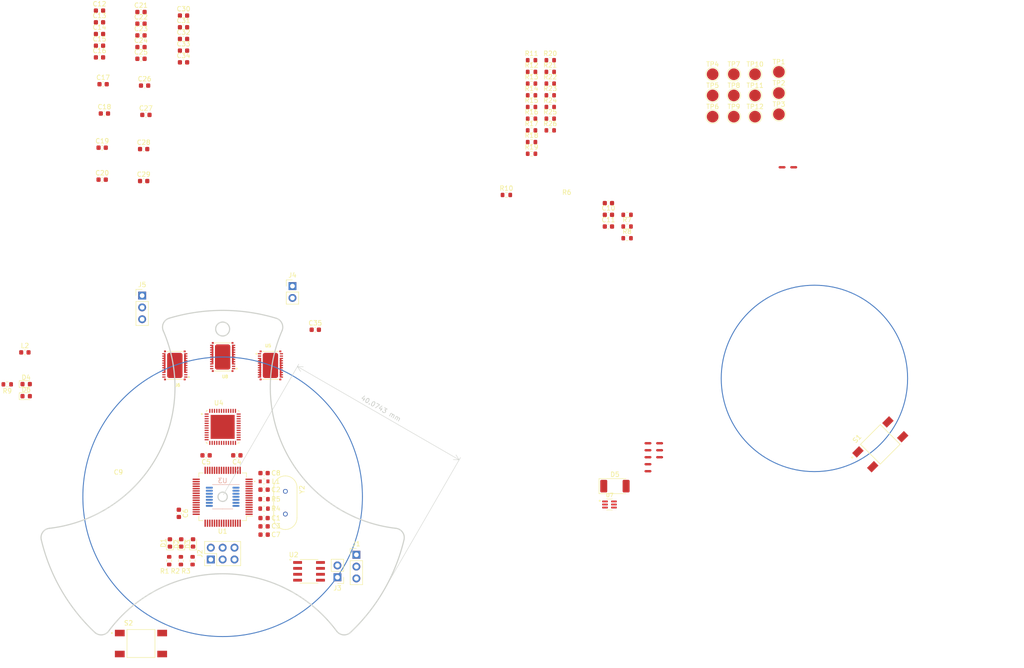
<source format=kicad_pcb>
(kicad_pcb (version 20221018) (generator pcbnew)
  (layers (0 "F.Cu" signal) (1 "In1.Cu" signal) (2 "In2.Cu" signal) (31 "B.Cu" signal) (34 "B.Paste" user) (35 "F.Paste" user) (36 "B.SilkS" user "B.Silkscreen") (37 "F.SilkS" user "F.Silkscreen") (38 "B.Mask" user) (39 "F.Mask" user) (44 "Edge.Cuts" user))
  (net 0 "")
  (net 1 "Vdrive")
  (net 2 "GND")
  (net 3 "+3.3V")
  (net 4 "Net-(D5-K)")
  (net 5 "/Microcontroller/BOOT0")
  (net 6 "/Microcontroller/Button")
  (net 7 "/Microcontroller/UART_TX")
  (net 8 "/Microcontroller/UART_RX")
  (net 9 "/Microcontroller/TMS")
  (net 10 "/Microcontroller/TCK")
  (net 11 "/Microcontroller/SWO")
  (net 12 "/Microcontroller/CAN2_RX")
  (net 13 "/Microcontroller/CAN2_TX")
  (net 14 "/Encoder/SPI3.CS")
  (net 15 "/Encoder/SPI3.SCK")
  (net 16 "/Encoder/SPI3.MISO")
  (net 17 "/Encoder/SPI3.MOSI")
  (net 18 "/Encoder/M1_ENC.I")
  (net 19 "/Encoder/M1_ENC.A")
  (net 20 "/Encoder/M1_ENC.B")
  (net 21 "/MotorController/SPC")
  (net 22 "/MotorController/SNC")
  (net 23 "/MotorController/SPA")
  (net 24 "/MotorController/SNA")
  (net 25 "Net-(D2-K)")
  (net 26 "/MotorController/SPB")
  (net 27 "/MotorController/SNB")
  (net 28 "/MotorController/SLA")
  (net 29 "/MotorController/SEN.VSENA")
  (net 30 "Net-(J3-Pin_1)")
  (net 31 "/MotorController/ISENA")
  (net 32 "/MotorController/ISENB")
  (net 33 "/MotorController/SEN.VSENVM")
  (net 34 "/MotorController/ISENC")
  (net 35 "/MotorController/SLB")
  (net 36 "/MotorController/SEN.VSENB")
  (net 37 "/MotorController/SLC")
  (net 38 "/MotorController/SEN.VSENC")
  (net 39 "Net-(D1-K)")
  (net 40 "/MotorController/MOTA")
  (net 41 "/MotorController/MOTB")
  (net 42 "/MotorController/MOTC")
  (net 43 "Net-(U8-SH)")
  (net 44 "/MotorController/SHA")
  (net 45 "/MotorController/VDRAIN")
  (net 46 "/MotorController/SHB")
  (net 47 "/MotorController/SHC")
  (net 48 "/MotorController/nFault")
  (net 49 "/MotorController/SOA")
  (net 50 "/MotorController/SOB")
  (net 51 "/MotorController/SOC")
  (net 52 "/MotorController/GHA")
  (net 53 "/MotorController/GLA")
  (net 54 "/MotorController/GHB")
  (net 55 "/MotorController/GLB")
  (net 56 "/MotorController/GHC")
  (net 57 "/MotorController/GLC")
  (net 58 "/MotorController/SEN.SOC")
  (net 59 "/MotorController/SEN.SOB")
  (net 60 "/MotorController/SEN.SOA")
  (net 61 "/MotorController/SPI1.MISO")
  (net 62 "/MotorController/SPI1.MOSI")
  (net 63 "/MotorController/SPI1.SCK")
  (net 64 "/MotorController/SPI1.CS")
  (net 65 "/Microcontroller/DRV.ENABLE")
  (net 66 "/MotorController/CAL")
  (net 67 "/Microcontroller/DRV.INHA")
  (net 68 "/Microcontroller/DRV.INLA")
  (net 69 "/Microcontroller/DRV.INHB")
  (net 70 "/Microcontroller/DRV.INLB")
  (net 71 "/Microcontroller/DRV.INHC")
  (net 72 "/Microcontroller/DRV.INLC")
  (net 73 "/Microcontroller/SEN.SOC")
  (net 74 "/Microcontroller/SEN.SOB")
  (net 75 "/Microcontroller/SEN.VSENA")
  (net 76 "/Microcontroller/SEN.SOA")
  (net 77 "/Microcontroller/SEN.VSENVM")
  (net 78 "/Microcontroller/SPI1.CS")
  (net 79 "/Microcontroller/SPI1.SCK")
  (net 80 "/Microcontroller/SPI1.MISO")
  (net 81 "/Microcontroller/SPI1.MOSI")
  (net 82 "/Microcontroller/SEN.VSENB")
  (net 83 "/Microcontroller/SEN.VSENC")
  (net 84 "/MotorController/VSENA")
  (net 85 "/MotorController/VSENB")
  (net 86 "/MotorController/VSENC")
  (net 87 "/MotorController/VSENVM")
  (net 88 "/Microcontroller/NRST")
  (net 89 "/Microcontroller/CAN2_Silent")
  (net 90 "/Microcontroller/CAN2_Standby")
  (net 93 "Net-(C1-Pad2)")
  (net 94 "Net-(C2-Pad2)")
  (net 95 "Net-(U1-VCAP_1)")
  (net 96 "Net-(C10-Pad1)")
  (net 97 "Net-(C11-Pad1)")
  (net 98 "Net-(U4-DVDD)")
  (net 99 "Net-(U4-VCP)")
  (net 100 "Net-(U4-CPH)")
  (net 101 "Net-(U4-CPL)")
  (net 102 "Net-(U4-CB)")
  (net 103 "Net-(J4-Pin_1)")
  (net 104 "Net-(D1-A)")
  (net 105 "Net-(D2-A)")
  (net 106 "Net-(D3-K)")
  (net 107 "Net-(D3-A)")
  (net 108 "Net-(D4-K)")
  (net 109 "Net-(J3-Pin_2)")
  (net 110 "Net-(U5-SH)")
  (net 111 "Net-(U6-SH)")
  (net 112 "Net-(U1-PH0)")
  (net 113 "Net-(U1-PH1)")
  (net 114 "Net-(R8-Pad2)")
  (net 115 "Net-(U4-FB)")
  (net 148 "/Microcontroller/VDDA")
  (footprint "Capacitor_SMD:C_0603_1608Metric" (layer "F.Cu") (at 86.868 125.73 180)
    (fp_text reference "C4" (at 0 -1.43) (layer "F.SilkS"))
    (fp_text value "100nF")
    (pad "1" smd roundrect (at -0.775 0 180) (size 0.9 0.95) (layers "F.Cu" "F.Paste" "F.Mask") (net 2 "GND"))
    (pad "2" smd roundrect (at 0.775 0 180) (size 0.9 0.95) (layers "F.Cu" "F.Paste" "F.Mask") (net 3 "+3.3V"))
  )
  (footprint "Resistor_SMD:R_0603_1608Metric" (layer "F.Cu") (at 154.124 48.454)
    (fp_text reference "R23" (at 0 -1.43) (layer "F.SilkS"))
    (fp_text value "0.007")
    (pad "1" smd roundrect (at -0.825 0) (size 0.8 0.95) (layers "F.Cu" "F.Paste" "F.Mask") (net 35 "/MotorController/SLB"))
    (pad "2" smd roundrect (at 0.825 0) (size 0.8 0.95) (layers "F.Cu" "F.Paste" "F.Mask") (net 2 "GND"))
  )
  (footprint "Capacitor_SMD:C_0603_1608Metric" (layer "F.Cu") (at 57.391 32.796)
    (fp_text reference "C13" (at 0 -1.43) (layer "F.SilkS"))
    (fp_text value "4.7uF")
    (pad "1" smd roundrect (at -0.775 0) (size 0.9 0.95) (layers "F.Cu" "F.Paste" "F.Mask") (net 1 "Vdrive"))
    (pad "2" smd roundrect (at 0.775 0) (size 0.9 0.95) (layers "F.Cu" "F.Paste" "F.Mask") (net 2 "GND"))
  )
  (footprint "Capacitor_SMD:C_0603_1608Metric" (layer "F.Cu") (at 57.391 35.306)
    (fp_text reference "C14" (at 0 -1.43) (layer "F.SilkS"))
    (fp_text value "2.2uF")
    (pad "1" smd roundrect (at -0.775 0) (size 0.9 0.95) (layers "F.Cu" "F.Paste" "F.Mask") (net 1 "Vdrive"))
    (pad "2" smd roundrect (at 0.775 0) (size 0.9 0.95) (layers "F.Cu" "F.Paste" "F.Mask") (net 2 "GND"))
  )
  (footprint "TylerLib:MOSFET_CSD88599Q5DC" (layer "F.Cu") (at 94.080604 106.429221)
    (fp_text reference "U5" (at -0.508127 -4.217451 -360) (layer "F.SilkS") (effects (font (size 0.640158 0.640158))))
    (fp_text value "CSD88599Q5DC")
    (fp_poly (pts (xy -2.3535 -1.5) (xy -2 -1.5) (xy -2 2.37854) (xy -2.3535 2.37854)) (stroke (width 0.01)) (fill solid) (layer "F.Cu"))
    (fp_poly (pts (xy 2.00388 -1.5) (xy 2.35 -1.5) (xy 2.35 2.37961) (xy 2.00388 2.37961)) (stroke (width 0.01)) (fill solid) (layer "F.Cu"))
    (pad "1" smd roundrect (at -2.35 -2.5 90) (size 0.25 0.7) (layers "F.Cu" "F.Paste" "F.Mask") (roundrect_rratio 0.05) (net 52 "/MotorController/GHA"))
    (pad "2" smd roundrect (at -2.35 -2 90) (size 0.25 0.7) (layers "F.Cu" "F.Paste" "F.Mask") (roundrect_rratio 0.05) (net 110 "Net-(U5-SH)"))
    (pad "3" smd roundrect (at -2.35 -1.5 90) (size 0.25 0.7) (layers "F.Cu" "F.Paste" "F.Mask") (roundrect_rratio 0.05) (net 40 "/MotorController/MOTA"))
    (pad "4" smd roundrect (at -2.35 -1 90) (size 0.25 0.7) (layers "F.Cu" "F.Paste" "F.Mask") (roundrect_rratio 0.05) (net 40 "/MotorController/MOTA"))
    (pad "5" smd roundrect (at -2.35 -0.5 90) (size 0.25 0.7) (layers "F.Cu" "F.Paste" "F.Mask") (roundrect_rratio 0.05) (net 40 "/MotorController/MOTA"))
    (pad "6" smd roundrect (at -2.35 0 90) (size 0.25 0.7) (layers "F.Cu" "F.Paste" "F.Mask") (roundrect_rratio 0.05) (net 40 "/MotorController/MOTA"))
    (pad "7" smd roundrect (at -2.35 0.5 90) (size 0.25 0.7) (layers "F.Cu" "F.Paste" "F.Mask") (roundrect_rratio 0.05) (net 40 "/MotorController/MOTA"))
    (pad "8" smd roundrect (at -2.35 1 90) (size 0.25 0.7) (layers "F.Cu" "F.Paste" "F.Mask") (roundrect_rratio 0.05) (net 40 "/MotorController/MOTA"))
    (pad "9" smd roundrect (at -2.35 1.5 90) (size 0.25 0.7) (layers "F.Cu" "F.Paste" "F.Mask") (roundrect_rratio 0.05) (net 40 "/MotorController/MOTA"))
    (pad "10" smd roundrect (at -2.35 2 90) (size 0.25 0.7) (layers "F.Cu" "F.Paste" "F.Mask") (roundrect_rratio 0.05) (net 40 "/MotorController/MOTA"))
    (pad "11" smd roundrect (at -2.35 2.5 90) (size 0.25 0.7) (layers "F.Cu" "F.Paste" "F.Mask") (roundrect_rratio 0.05) (net 40 "/MotorController/MOTA"))
    (pad "12" smd roundrect (at 2.35 2.5 90) (size 0.25 0.7) (layers "F.Cu" "F.Paste" "F.Mask") (roundrect_rratio 0.05) (net 28 "/MotorController/SLA"))
    (pad "13" smd roundrect (at 2.35 2 90) (size 0.25 0.7) (layers "F.Cu" "F.Paste" "F.Mask") (roundrect_rratio 0.05) (net 28 "/MotorController/SLA"))
    (pad "14" smd roundrect (at 2.35 1.5 90) (size 0.25 0.7) (layers "F.Cu" "F.Paste" "F.Mask") (roundrect_rratio 0.05) (net 28 "/MotorController/SLA"))
    (pad "15" smd roundrect (at 2.35 1 90) (size 0.25 0.7) (layers "F.Cu" "F.Paste" "F.Mask") (roundrect_rratio 0.05) (net 28 "/MotorController/SLA"))
    (pad "16" smd roundrect (at 2.35 0.5 90) (size 0.25 0.7) (layers "F.Cu" "F.Paste" "F.Mask") (roundrect_rratio 0.05) (net 28 "/MotorController/SLA"))
    (pad "17" smd roundrect (at 2.35 0 90) (size 0.25 0.7) (layers "F.Cu" "F.Paste" "F.Mask") (roundrect_rratio 0.05) (net 28 "/MotorController/SLA"))
    (pad "18" smd roundrect (at 2.35 -0.5 90) (size 0.25 0.7) (layers "F.Cu" "F.Paste" "F.Mask") (roundrect_rratio 0.05) (net 28 "/MotorController/SLA"))
    (pad "19" smd roundrect (at 2.35 -1 90) (size 0.25 0.7) (layers "F.Cu" "F.Paste" "F.Mask") (roundrect_rratio 0.05) (net 28 "/MotorController/SLA"))
    (pad "20" smd roundrect (at 2.35 -1.5 90) (size 0.25 0.7) (layers "F.Cu" "F.Paste" "F.Mask") (roundrect_rratio 0.05) (net 28 "/MotorController/SLA"))
    (pad "21" smd roundrect (at 2.35 -2 90) (size 0.25 0.7) (layers "F.Cu" "F.Paste" "F.Mask") (roundrect_rratio 0.05))
    (pad "22" smd roundrect (at 2.35 -2.5 90) (size 0.25 0.7) (layers "F.Cu" "F.Paste" "F.Mask") (roundrect_rratio 0.05) (net 53 "/MotorController/GLA"))
    (pad "23" smd roundrect (at -2.115 -3.013) (size 0.43 0.375) (layers "F.Cu" "F.Paste" "F.Mask") (roundrect_rratio 0.03))
    (pad "24" smd roundrect (at -2.115 3.013) (size 0.43 0.375) (layers "F.Cu" "F.Paste" "F.Mask") (roundrect_rratio 0.03))
    (pad "25" smd roundrect (at 2.115 3.013) (size 0.43 0.375) (layers "F.Cu" "F.Paste" "F.Mask") (roundrect_rratio 0.03))
    (pad "26" smd roundrect (at 2.115 -3.013) (size 0.43 0.375) (layers "F.Cu" "F.Paste" "F.Mask") (roundrect_rratio 0.03))
    (pad "27" smd roundrect (at 0 0) (size 3.3 5.4) (layers "F.Cu" "F.Mask") (roundrect_rratio 0.14) (net 1 "Vdrive"))
  )
  (footprint "Capacitor_SMD:C_0603_1608Metric" (layer "F.Cu") (at 103.698 98.776)
    (fp_text reference "C35" (at 0 -1.43) (layer "F.SilkS"))
    (fp_text value "0.1 uF")
    (pad "1" smd roundrect (at -0.775 0) (size 0.9 0.95) (layers "F.Cu" "F.Paste" "F.Mask") (net 38 "/MotorController/SEN.VSENC"))
    (pad "2" smd roundrect (at 0.775 0) (size 0.9 0.95) (layers "F.Cu" "F.Paste" "F.Mask") (net 2 "GND"))
  )
  (footprint "Capacitor_SMD:C_0603_1608Metric" (layer "F.Cu") (at 92.71 139.192)
    (fp_text reference "C1" (at 2.54 0) (layer "F.SilkS"))
    (fp_text value "18pF")
    (pad "1" smd roundrect (at -0.775 0) (size 0.9 0.95) (layers "F.Cu" "F.Paste" "F.Mask") (net 2 "GND"))
    (pad "2" smd roundrect (at 0.775 0) (size 0.9 0.95) (layers "F.Cu" "F.Paste" "F.Mask") (net 93 "Net-(C1-Pad2)"))
  )
  (footprint "Connector_PinHeader_2.54mm:PinHeader_1x02_P2.54mm_Vertical" (layer "F.Cu") (at 108.458 151.897 180)
    (fp_text reference "J3" (at 0 -2.33) (layer "F.SilkS"))
    (fp_text value "Conn_01x02_Pin")
    (pad "1" thru_hole rect (at 0 0 180) (size 1.7 1.7) (drill 1) (layers "*.Cu" "*.Mask") (net 30 "Net-(J3-Pin_1)"))
    (pad "2" thru_hole oval (at 0 2.54 180) (size 1.7 1.7) (drill 1) (layers "*.Cu" "*.Mask") (net 109 "Net-(J3-Pin_2)"))
  )
  (footprint "Diode_SMD:D_MELF" (layer "F.Cu") (at 168.008 132.334)
    (fp_text reference "D5" (at 0 -2.5) (layer "F.SilkS"))
    (fp_text value "MBR1H100SFT3G")
    (pad "1" smd roundrect (at -2.4 0) (size 1.5 2.7) (layers "F.Cu" "F.Paste" "F.Mask") (roundrect_rratio 0.1666666667) (net 4 "Net-(D5-K)"))
    (pad "2" smd roundrect (at 2.4 0) (size 1.5 2.7) (layers "F.Cu" "F.Paste" "F.Mask") (roundrect_rratio 0.1666666667) (net 2 "GND"))
  )
  (footprint "Capacitor_SMD:C_0603_1608Metric" (layer "F.Cu") (at 58.446 52.368)
    (fp_text reference "C18" (at 0 -1.43) (layer "F.SilkS"))
    (fp_text value "0.047uF")
    (pad "1" smd roundrect (at -0.775 0) (size 0.9 0.95) (layers "F.Cu" "F.Paste" "F.Mask") (net 100 "Net-(U4-CPH)"))
    (pad "2" smd roundrect (at 0.775 0) (size 0.9 0.95) (layers "F.Cu" "F.Paste" "F.Mask") (net 101 "Net-(U4-CPL)"))
  )
  (footprint "Resistor_SMD:R_0603_1608Metric" (layer "F.Cu") (at 154.124 55.984)
    (fp_text reference "R26" (at 0 -1.43) (layer "F.SilkS"))
    (fp_text value "0.007")
    (pad "1" smd roundrect (at -0.825 0) (size 0.8 0.95) (layers "F.Cu" "F.Paste" "F.Mask") (net 37 "/MotorController/SLC"))
    (pad "2" smd roundrect (at 0.825 0) (size 0.8 0.95) (layers "F.Cu" "F.Paste" "F.Mask") (net 2 "GND"))
  )
  (footprint "Capacitor_SMD:C_0603_1608Metric" (layer "F.Cu") (at 57.391 40.326)
    (fp_text reference "C16" (at 0 -1.43) (layer "F.SilkS"))
    (fp_text value "1uF")
    (pad "1" smd roundrect (at -0.775 0) (size 0.9 0.95) (layers "F.Cu" "F.Paste" "F.Mask") (net 98 "Net-(U4-DVDD)"))
    (pad "2" smd roundrect (at 0.775 0) (size 0.9 0.95) (layers "F.Cu" "F.Paste" "F.Mask") (net 2 "GND"))
  )
  (footprint "Capacitor_SMD:C_0603_1608Metric" (layer "F.Cu") (at 75.425 31.346)
    (fp_text reference "C30" (at 0 -1.43) (layer "F.SilkS"))
    (fp_text value "0.1uF")
    (pad "1" smd roundrect (at -0.775 0) (size 0.9 0.95) (layers "F.Cu" "F.Paste" "F.Mask") (net 33 "/MotorController/SEN.VSENVM"))
    (pad "2" smd roundrect (at 0.775 0) (size 0.9 0.95) (layers "F.Cu" "F.Paste" "F.Mask") (net 2 "GND"))
  )
  (footprint "Resistor_SMD:R_0603_1608Metric" (layer "F.Cu") (at 154.124 40.924)
    (fp_text reference "R20" (at 0 -1.43) (layer "F.SilkS"))
    (fp_text value "56")
    (pad "1" smd roundrect (at -0.825 0) (size 0.8 0.95) (layers "F.Cu" "F.Paste" "F.Mask") (net 51 "/MotorController/SOC"))
    (pad "2" smd roundrect (at 0.825 0) (size 0.8 0.95) (layers "F.Cu" "F.Paste" "F.Mask") (net 34 "/MotorController/ISENC"))
  )
  (footprint "Resistor_SMD:R_0603_1608Metric" (layer "F.Cu") (at 150.114 48.454)
    (fp_text reference "R14" (at 0 -1.43) (layer "F.SilkS"))
    (fp_text value "4.99k")
    (pad "1" smd roundrect (at -0.825 0) (size 0.8 0.95) (layers "F.Cu" "F.Paste" "F.Mask") (net 29 "/MotorController/SEN.VSENA"))
    (pad "2" smd roundrect (at 0.825 0) (size 0.8 0.95) (layers "F.Cu" "F.Paste" "F.Mask") (net 2 "GND"))
  )
  (footprint "Capacitor_SMD:C_0603_1608Metric" (layer "F.Cu") (at 66.294 30.584)
    (fp_text reference "C21" (at 0 -1.43) (layer "F.SilkS"))
    (fp_text value "0.1uF")
    (pad "1" smd roundrect (at -0.775 0) (size 0.9 0.95) (layers "F.Cu" "F.Paste" "F.Mask") (net 102 "Net-(U4-CB)"))
    (pad "2" smd roundrect (at 0.775 0) (size 0.9 0.95) (layers "F.Cu" "F.Paste" "F.Mask") (net 4 "Net-(D5-K)"))
  )
  (footprint "Capacitor_SMD:C_0603_1608Metric" (layer "F.Cu") (at 92.71 133.096)
    (fp_text reference "C2" (at 2.54 0) (layer "F.SilkS"))
    (fp_text value "18pF")
    (pad "1" smd roundrect (at -0.775 0) (size 0.9 0.95) (layers "F.Cu" "F.Paste" "F.Mask") (net 2 "GND"))
    (pad "2" smd roundrect (at 0.775 0) (size 0.9 0.95) (layers "F.Cu" "F.Paste" "F.Mask") (net 94 "Net-(C2-Pad2)"))
  )
  (footprint "Capacitor_SMD:C_0603_1608Metric" (layer "F.Cu") (at 66.294 33.094)
    (fp_text reference "C22" (at 0 -1.43) (layer "F.SilkS"))
    (fp_text value "1000pF")
    (pad "1" smd roundrect (at -0.775 0) (size 0.9 0.95) (layers "F.Cu" "F.Paste" "F.Mask") (net 26 "/MotorController/SPB"))
    (pad "2" smd roundrect (at 0.775 0) (size 0.9 0.95) (layers "F.Cu" "F.Paste" "F.Mask") (net 27 "/MotorController/SNB"))
  )
  (footprint "NetTie:NetTie-2_SMD_Pad0.5mm" (layer "F.Cu") (at 177.598 123.134)
    (fp_text reference "NT8" hide)
    (fp_text value "NetTie_2" hide)
    (fp_poly (pts (xy -0.5 -0.25) (xy 0.5 -0.25) (xy 0.5 0.25) (xy -0.5 0.25)) (fill solid) (layer "F.Cu"))
    (pad "1" smd circle (at -0.5 0) (size 0.5 0.5) (layers "F.Cu") (net 21 "/MotorController/SPC"))
    (pad "2" smd circle (at 0.5 0) (size 0.5 0.5) (layers "F.Cu") (net 37 "/MotorController/SLC"))
  )
  (footprint "Capacitor_SMD:C_0603_1608Metric" (layer "F.Cu") (at 166.611 76.618)
    (fp_text reference "C11" (at 0 -1.43) (layer "F.SilkS"))
    (fp_text value "100nF")
    (pad "1" smd roundrect (at -0.775 0) (size 0.9 0.95) (layers "F.Cu" "F.Paste" "F.Mask") (net 97 "Net-(C11-Pad1)"))
    (pad "2" smd roundrect (at 0.775 0) (size 0.9 0.95) (layers "F.Cu" "F.Paste" "F.Mask") (net 6 "/Microcontroller/Button"))
  )
  (footprint "NetTie:NetTie-2_SMD_Pad0.5mm" (layer "F.Cu") (at 175.098 126.134)
    (fp_text reference "NT4" hide)
    (fp_text value "NetTie_2" hide)
    (fp_poly (pts (xy -0.5 -0.25) (xy 0.5 -0.25) (xy 0.5 0.25) (xy -0.5 0.25)) (fill solid) (layer "F.Cu"))
    (pad "1" smd circle (at -0.5 0) (size 0.5 0.5) (layers "F.Cu") (net 45 "/MotorController/VDRAIN"))
    (pad "2" smd circle (at 0.5 0) (size 0.5 0.5) (layers "F.Cu") (net 1 "Vdrive"))
  )
  (footprint "Resistor_SMD:R_0603_1608Metric" (layer "F.Cu") (at 150.114 55.984)
    (fp_text reference "R17" (at 0 -1.43) (layer "F.SilkS"))
    (fp_text value "4.99k")
    (pad "1" smd roundrect (at -0.825 0) (size 0.8 0.95) (layers "F.Cu" "F.Paste" "F.Mask") (net 33 "/MotorController/SEN.VSENVM"))
    (pad "2" smd roundrect (at 0.825 0) (size 0.8 0.95) (layers "F.Cu" "F.Paste" "F.Mask") (net 2 "GND"))
  )
  (footprint "Resistor_SMD:R_0603_1608Metric" (layer "F.Cu") (at 150.114 43.434)
    (fp_text reference "R12" (at 0 -1.43) (layer "F.SilkS"))
    (fp_text value "8.45k")
    (pad "1" smd roundrect (at -0.825 0) (size 0.8 0.95) (layers "F.Cu" "F.Paste" "F.Mask") (net 115 "Net-(U4-FB)"))
    (pad "2" smd roundrect (at 0.825 0) (size 0.8 0.95) (layers "F.Cu" "F.Paste" "F.Mask") (net 2 "GND"))
  )
  (footprint "TestPoint:TestPoint_Pad_D2.5mm" (layer "F.Cu") (at 198.076 53.042)
    (fp_text reference "TP12" (at 0 -2.148) (layer "F.SilkS"))
    (fp_text value "TestPoint")
    (pad "1" smd circle (at 0 0) (size 2.5 2.5) (layers "F.Cu" "F.Mask") (net 57 "/MotorController/GLC"))
  )
  (footprint "TestPoint:TestPoint_Pad_D2.5mm" (layer "F.Cu") (at 193.526 43.942)
    (fp_text reference "TP7" (at 0 -2.148) (layer "F.SilkS"))
    (fp_text value "TestPoint")
    (pad "1" smd circle (at 0 0) (size 2.5 2.5) (layers "F.Cu" "F.Mask") (net 41 "/MotorController/MOTB"))
  )
  (footprint "TylerLib:SOT65P210X110-6N" (layer "F.Cu") (at 166.838 136.279)
    (fp_text reference "U7" (at 0.04 -2.008) (layer "F.SilkS") (effects (font (size 0.8 0.8))))
    (fp_text value "~")
    (pad "1" smd roundrect (at -0.96 -0.65) (size 1.19 0.4) (layers "F.Cu" "F.Paste" "F.Mask") (roundrect_rratio 0.05) (net 84 "/MotorController/VSENA"))
    (pad "2" smd roundrect (at -0.96 0) (size 1.19 0.4) (layers "F.Cu" "F.Paste" "F.Mask") (roundrect_rratio 0.05) (net 2 "GND"))
    (pad "3" smd roundrect (at -0.96 0.65) (size 1.19 0.4) (layers "F.Cu" "F.Paste" "F.Mask") (roundrect_rratio 0.05) (net 85 "/MotorController/VSENB"))
    (pad "4" smd roundrect (at 0.96 0.65) (size 1.19 0.4) (layers "F.Cu" "F.Paste" "F.Mask") (roundrect_rratio 0.05) (net 86 "/MotorController/VSENC"))
    (pad "5" smd roundrect (at 0.96 0) (size 1.19 0.4) (layers "F.Cu" "F.Paste" "F.Mask") (roundrect_rratio 0.05) (net 3 "+3.3V"))
    (pad "6" smd roundrect (at 0.96 -0.65) (size 1.19 0.4) (layers "F.Cu" "F.Paste" "F.Mask") (roundrect_rratio 0.05) (net 87 "/MotorController/VSENVM"))
  )
  (footprint "TestPoint:TestPoint_Pad_D2.5mm" (layer "F.Cu") (at 193.526 53.042)
    (fp_text reference "TP9" (at 0 -2.148) (layer "F.SilkS"))
    (fp_text value "TestPoint")
    (pad "1" smd circle (at 0 0) (size 2.5 2.5) (layers "F.Cu" "F.Mask") (net 55 "/MotorController/GLB"))
  )
  (footprint "Capacitor_SMD:C_0603_1608Metric" (layer "F.Cu") (at 67.349 52.666)
    (fp_text reference "C27" (at 0 -1.43) (layer "F.SilkS"))
    (fp_text value "330uF")
    (pad "1" smd roundrect (at -0.775 0) (size 0.9 0.95) (layers "F.Cu" "F.Paste" "F.Mask") (net 103 "Net-(J4-Pin_1)"))
    (pad "2" smd roundrect (at 0.775 0) (size 0.9 0.95) (layers "F.Cu" "F.Paste" "F.Mask") (net 2 "GND"))
  )
  (footprint "Connector_PinHeader_2.54mm:PinHeader_1x02_P2.54mm_Vertical" (layer "F.Cu") (at 98.806 89.408)
    (fp_text reference "J4" (at 0 -2.33) (layer "F.SilkS"))
    (fp_text value "Conn_01x02_Socket")
    (pad "1" thru_hole rect (at 0 0) (size 1.7 1.7) (drill 1) (layers "*.Cu" "*.Mask") (net 103 "Net-(J4-Pin_1)"))
    (pad "2" thru_hole oval (at 0 2.54) (size 1.7 1.7) (drill 1) (layers "*.Cu" "*.Mask") (net 2 "GND"))
  )
  (footprint "TestPoint:TestPoint_Pad_D2.5mm" (layer "F.Cu") (at 203.2 52.534)
    (fp_text reference "TP3" (at 0 -2.148) (layer "F.SilkS"))
    (fp_text value "TestPoint")
    (pad "1" smd circle (at 0 0) (size 2.5 2.5) (layers "F.Cu" "F.Mask") (net 88 "/Microcontroller/NRST"))
  )
  (footprint "Capacitor_SMD:C_0603_1608Metric" (layer "F.Cu") (at 57.964 66.562)
    (fp_text reference "C20" (at 0 -1.43) (layer "F.SilkS"))
    (fp_text value "1000pF")
    (pad "1" smd roundrect (at -0.775 0) (size 0.9 0.95) (layers "F.Cu" "F.Paste" "F.Mask") (net 23 "/MotorController/SPA"))
    (pad "2" smd roundrect (at 0.775 0) (size 0.9 0.95) (layers "F.Cu" "F.Paste" "F.Mask") (net 24 "/MotorController/SNA"))
  )
  (footprint "Resistor_SMD:R_0603_1608Metric" (layer "F.Cu") (at 74.86 148.336 -90)
    (fp_text reference "R2" (at 2.2485 1.2) (layer "F.SilkS"))
    (fp_text value "1k")
    (pad "1" smd roundrect (at -0.825 0 270) (size 0.8 0.95) (layers "F.Cu" "F.Paste" "F.Mask") (net 25 "Net-(D2-K)"))
    (pad "2" smd roundrect (at 0.825 0 270) (size 0.8 0.95) (layers "F.Cu" "F.Paste" "F.Mask") (net 2 "GND"))
  )
  (footprint "TestPoint:TestPoint_Pad_D2.5mm" (layer "F.Cu") (at 203.2 47.984)
    (fp_text reference "TP2" (at 0 -2.148) (layer "F.SilkS"))
    (fp_text value "TestPoint")
    (pad "1" smd circle (at 0 0) (size 2.5 2.5) (layers "F.Cu" "F.Mask") (net 112 "Net-(U1-PH0)"))
  )
  (footprint "Resistor_SMD:R_0603_1608Metric" (layer "F.Cu") (at 37.592 110.49 180)
    (fp_text reference "R9" (at 0 -1.43) (layer "F.SilkS"))
    (fp_text value "330")
    (pad "1" smd roundrect (at -0.825 0 180) (size 0.8 0.95) (layers "F.Cu" "F.Paste" "F.Mask") (net 108 "Net-(D4-K)"))
    (pad "2" smd roundrect (at 0.825 0 180) (size 0.8 0.95) (layers "F.Cu" "F.Paste" "F.Mask") (net 48 "/MotorController/nFault"))
  )
  (footprint "Capacitor_SMD:C_0603_1608Metric" (layer "F.Cu") (at 57.964 59.704)
    (fp_text reference "C19" (at 0 -1.43) (layer "F.SilkS"))
    (fp_text value "1000pF")
    (pad "1" smd roundrect (at -0.775 0) (size 0.9 0.95) (layers "F.Cu" "F.Paste" "F.Mask") (net 21 "/MotorController/SPC"))
    (pad "2" smd roundrect (at 0.775 0) (size 0.9 0.95) (layers "F.Cu" "F.Paste" "F.Mask") (net 22 "/MotorController/SNC"))
  )
  (footprint "Capacitor_SMD:C_0603_1608Metric" (layer "F.Cu") (at 74.422 138.176 -90)
    (fp_text reference "C6" (at 0 -1.43 90) (layer "F.SilkS"))
    (fp_text value "100nF")
    (pad "1" smd roundrect (at -0.775 0 270) (size 0.9 0.95) (layers "F.Cu" "F.Paste" "F.Mask") (net 2 "GND"))
    (pad "2" smd roundrect (at 0.775 0 270) (size 0.9 0.95) (layers "F.Cu" "F.Paste" "F.Mask") (net 3 "+3.3V"))
  )
  (footprint "Capacitor_SMD:C_0603_1608Metric" (layer "F.Cu") (at 66.294 38.114)
    (fp_text reference "C24" (at 0 -1.43) (layer "F.SilkS"))
    (fp_text value "0.01 uF")
    (pad "1" smd roundrect (at -0.775 0) (size 0.9 0.95) (layers "F.Cu" "F.Paste" "F.Mask") (net 1 "Vdrive"))
    (pad "2" smd roundrect (at 0.775 0) (size 0.9 0.95) (layers "F.Cu" "F.Paste" "F.Mask") (net 28 "/MotorController/SLA"))
  )
  (footprint "TylerLib:SW_TS04-66-75-BK-160-SMT" (layer "F.Cu") (at 66.294 166.116)
    (fp_text reference "S2" (at -2.675 -4.385) (layer "F.SilkS"))
    (fp_text value "TS04-66-75-BK-160-SMT")
    (pad "1" smd rect (at -4.55 -2.25) (size 2.1 1.4) (layers "F.Cu" "F.Paste" "F.Mask") (net 88 "/Microcontroller/NRST"))
    (pad "2" smd rect (at -4.55 2.25) (size 2.1 1.4) (layers "F.Cu" "F.Paste" "F.Mask") (net 96 "Net-(C10-Pad1)"))
    (pad "3" smd rect (at 4.55 -2.25) (size 2.1 1.4) (layers "F.Cu" "F.Paste" "F.Mask"))
    (pad "4" smd rect (at 4.55 2.25) (size 2.1 1.4) (layers "F.Cu" "F.Paste" "F.Mask") (net 2 "GND"))
  )
  (footprint "Resistor_SMD:R_0603_1608Metric" (layer "F.Cu") (at 154.124 43.434)
    (fp_text reference "R21" (at 0 -1.43) (layer "F.SilkS"))
    (fp_text value "82.0k")
    (pad "1" smd roundrect (at -0.825 0) (size 0.8 0.95) (layers "F.Cu" "F.Paste" "F.Mask") (net 41 "/MotorController/MOTB"))
    (pad "2" smd roundrect (at 0.825 0) (size 0.8 0.95) (layers "F.Cu" "F.Paste" "F.Mask") (net 36 "/MotorController/SEN.VSENB"))
  )
  (footprint "LED_SMD:LED_0603_1608Metric" (layer "F.Cu") (at 74.93 144.526 90)
    (fp_text reference "D2" (at -0.254 -0.966 90) (layer "F.SilkS"))
    (fp_text value "LED")
    (pad "1" smd roundrect (at -0.7875 0 90) (size 0.875 0.95) (layers "F.Cu" "F.Paste" "F.Mask") (net 25 "Net-(D2-K)"))
    (pad "2" smd roundrect (at 0.7875 0 90) (size 0.875 0.95) (layers "F.Cu" "F.Paste" "F.Mask") (net 105 "Net-(D2-A)"))
  )
  (footprint "NetTie:NetTie-2_SMD_Pad0.5mm" (layer "F.Cu") (at 175.098 127.634)
    (fp_text reference "NT5" hide)
    (fp_text value "NetTie_2" hide)
    (fp_poly (pts (xy -0.5 -0.25) (xy 0.5 -0.25) (xy 0.5 0.25) (xy -0.5 0.25)) (fill solid) (layer "F.Cu"))
    (pad "1" smd circle (at -0.5 0) (size 0.5 0.5) (layers "F.Cu") (net 26 "/MotorController/SPB"))
    (pad "2" smd circle (at 0.5 0) (size 0.5 0.5) (layers "F.Cu") (net 35 "/MotorController/SLB"))
  )
  (footprint "Resistor_SMD:R_0603_1608Metric" (layer "F.Cu") (at 170.621 79.128)
    (fp_text reference "R8" (at 0 -1.43) (layer "F.SilkS"))
    (fp_text value "100")
    (pad "1" smd roundrect (at -0.825 0) (size 0.8 0.95) (layers "F.Cu" "F.Paste" "F.Mask") (net 97 "Net-(C11-Pad1)"))
    (pad "2" smd roundrect (at 0.825 0) (size 0.8 0.95) (layers "F.Cu" "F.Paste" "F.Mask") (net 114 "Net-(R8-Pad2)"))
  )
  (footprint "Connector_PinHeader_2.54mm:PinHeader_1x03_P2.54mm_Vertical" (layer "F.Cu") (at 112.522 147.066)
    (fp_text reference "J1" (at 0 -2.33) (layer "F.SilkS"))
    (fp_text value "Conn_01x03_Pin")
    (pad "1" thru_hole rect (at 0 0) (size 1.7 1.7) (drill 1) (layers "*.Cu" "*.Mask") (net 2 "GND"))
    (pad "2" thru_hole oval (at 0 2.54) (size 1.7 1.7) (drill 1) (layers "*.Cu" "*.Mask") (net 8 "/Microcontroller/UART_RX"))
    (pad "3" thru_hole oval (at 0 5.08) (size 1.7 1.7) (drill 1) (layers "*.Cu" "*.Mask") (net 7 "/Microcontroller/UART_TX"))
  )
  (footprint "TylerLib:SOIC127P600X175-8N" (layer "F.Cu") (at 102.362 150.622)
    (fp_text reference "U2" (at -3.302 -3.556) (layer "F.SilkS"))
    (fp_text value "ATA6560-GAQW")
    (pad "1" smd roundrect (at -2.455 -1.905) (size 1.9 0.6) (layers "F.Cu" "F.Paste" "F.Mask") (roundrect_rratio 0.07) (net 13 "/Microcontroller/CAN2_TX"))
    (pad "2" smd roundrect (at -2.455 -0.635) (size 1.9 0.6) (layers "F.Cu" "F.Paste" "F.Mask") (roundrect_rratio 0.07) (net 2 "GND"))
    (pad "3" smd roundrect (at -2.455 0.635) (size 1.9 0.6) (layers "F.Cu" "F.Paste" "F.Mask") (roundrect_rratio 0.07) (net 3 "+3.3V"))
    (pad "4" smd roundrect (at -2.455 1.905) (size 1.9 0.6) (layers "F.Cu" "F.Paste" "F.Mask") (roundrect_rratio 0.07) (net 12 "/Microcontroller/CAN2_RX"))
    (pad "5" smd roundrect (at 2.455 1.905) (size 1.9 0.6) (layers "F.Cu" "F.Paste" "F.Mask") (roundrect_rratio 0.07) (net 89 "/Microcontroller/CAN2_Silent"))
    (pad "6" smd roundrect (at 2.455 0.635) (size 1.9 0.6) (layers "F.Cu" "F.Paste" "F.Mask") (roundrect_rratio 0.07) (net 30 "Net-(J3-Pin_1)"))
    (pad "7" smd roundrect (at 2.455 -0.635) (size 1.9 0.6) (layers "F.Cu" "F.Paste" "F.Mask") (roundrect_rratio 0.07) (net 109 "Net-(J3-Pin_2)"))
    (pad "8" smd roundrect (at 2.455 -1.905) (size 1.9 0.6) (layers "F.Cu" "F.Paste" "F.Mask") (roundrect_rratio 0.07) (net 90 "/Microcontroller/CAN2_Standby"))
  )
  (footprint "Resistor_SMD:R_0603_1608Metric" (layer "F.Cu") (at 150.114 45.944)
    (fp_text reference "R13" (at 0 -1.43) (layer "F.SilkS"))
    (fp_text value "82.0k")
    (pad "1" smd roundrect (at -0.825 0) (size 0.8 0.95) (layers "F.Cu" "F.Paste" "F.Mask") (net 40 "/MotorController/MOTA"))
    (pad "2" smd roundrect (at 0.825 0) (size 0.8 0.95) (layers "F.Cu" "F.Paste" "F.Mask") (net 29 "/MotorController/SEN.VSENA"))
  )
  (footprint "TylerLib:MOSFET_CSD88599Q5DC" (layer "F.Cu") (at 83.82 104.62 180)
    (fp_text reference "U8" (at -0.508127 -4.217451) (layer "F.SilkS") (effects (font (size 0.640158 0.640158))))
    (fp_text value "CSD88599Q5DC")
    (fp_poly (pts (xy -2.3535 -1.5) (xy -2 -1.5) (xy -2 2.37854) (xy -2.3535 2.37854)) (stroke (width 0.01)) (fill solid) (layer "F.Cu"))
    (fp_poly (pts (xy 2.00388 -1.5) (xy 2.35 -1.5) (xy 2.35 2.37961) (xy 2.00388 2.37961)) (stroke (width 0.01)) (fill solid) (layer "F.Cu"))
    (pad "1" smd roundrect (at -2.35 -2.5 270) (size 0.25 0.7) (layers "F.Cu" "F.Paste" "F.Mask") (roundrect_rratio 0.05) (net 56 "/MotorController/GHC"))
    (pad "2" smd roundrect (at -2.35 -2 270) (size 0.25 0.7) (layers "F.Cu" "F.Paste" "F.Mask") (roundrect_rratio 0.05) (net 43 "Net-(U8-SH)"))
    (pad "3" smd roundrect (at -2.35 -1.5 270) (size 0.25 0.7) (layers "F.Cu" "F.Paste" "F.Mask") (roundrect_rratio 0.05) (net 42 "/MotorController/MOTC"))
    (pad "4" smd roundrect (at -2.35 -1 270) (size 0.25 0.7) (layers "F.Cu" "F.Paste" "F.Mask") (roundrect_rratio 0.05) (net 42 "/MotorController/MOTC"))
    (pad "5" smd roundrect (at -2.35 -0.5 270) (size 0.25 0.7) (layers "F.Cu" "F.Paste" "F.Mask") (roundrect_rratio 0.05) (net 42 "/MotorController/MOTC"))
    (pad "6" smd roundrect (at -2.35 0 270) (size 0.25 0.7) (layers "F.Cu" "F.Paste" "F.Mask") (roundrect_rratio 0.05) (net 42 "/MotorController/MOTC"))
    (pad "7" smd roundrect (at -2.35 0.5 270) (size 0.25 0.7) (layers "F.Cu" "F.Paste" "F.Mask") (roundrect_rratio 0.05) (net 42 "/MotorController/MOTC"))
    (pad "8" smd roundrect (at -2.35 1 270) (size 0.25 0.7) (layers "F.Cu" "F.Paste" "F.Mask") (roundrect_rratio 0.05) (net 42 "/MotorController/MOTC"))
    (pad "9" smd roundrect (at -2.35 1.5 270) (size 0.25 0.7) (layers "F.Cu" "F.Paste" "F.Mask") (roundrect_rratio 0.05) (net 42 "/MotorController/MOTC"))
    (pad "10" smd roundrect (at -2.35 2 270) (size 0.25 0.7) (layers "F.Cu" "F.Paste" "F.Mask") (roundrect_rratio 0.05) (net 42 "/MotorController/MOTC"))
    (pad "11" smd roundrect (at -2.35 2.5 270) (size 0.25 0.7) (layers "F.Cu" "F.Paste" "F.Mask") (roundrect_rratio 0.05) (net 42 "/MotorController/MOTC"))
    (pad "12" smd roundrect (at 2.35 2.5 270) (size 0.25 0.7) (layers "F.Cu" "F.Paste" "F.Mask") (roundrect_rratio 0.05) (net 37 "/MotorController/SLC"))
    (pad "13" smd roundrect (at 2.35 2 270) (size 0.25 0.7) (layers "F.Cu" "F.Paste" "F.Mask") (roundrect_rratio 0.05) (net 37 "/MotorController/SLC"))
    (pad "14" smd roundrect (at 2.35 1.5 270) (size 0.25 0.7) (layers "F.Cu" "F.Paste" "F.Mask") (roundrect_rratio 0.05) (net 37 "/MotorController/SLC"))
    (pad "15" smd roundrect (at 2.35 1 270) (size 0.25 0.7) (layers "F.Cu" "F.Paste" "F.Mask") (roundrect_rratio 0.05) (net 37 "/MotorController/SLC"))
    (pad "16" smd roundrect (at 2.35 0.5 270) (size 0.25 0.7) (layers "F.Cu" "F.Paste" "F.Mask") (roundrect_rratio 0.05) (net 37 "/MotorController/SLC"))
    (pad "17" smd roundrect (at 2.35 0 270) (size 0.25 0.7) (layers "F.Cu" "F.Paste" "F.Mask") (roundrect_rratio 0.05) (net 37 "/MotorController/SLC"))
    (pad "18" smd roundrect (at 2.35 -0.5 270) (size 0.25 0.7) (layers "F.Cu" "F.Paste" "F.Mask") (roundrect_rratio 0.05) (net 37 "/MotorController/SLC"))
    (pad "19" smd roundrect (at 2.35 -1 270) (size 0.25 0.7) (layers "F.Cu" "F.Paste" "F.Mask") (roundrect_rratio 0.05) (net 37 "/MotorController/SLC"))
    (pad "20" smd roundrect (at 2.35 -1.5 270) (size 0.25 0.7) (layers "F.Cu" "F.Paste" "F.Mask") (roundrect_rratio 0.05) (net 37 "/MotorController/SLC"))
    (pad "21" smd roundrect (at 2.35 -2 270) (size 0.25 0.7) (layers "F.Cu" "F.Paste" "F.Mask") (roundrect_rratio 0.05))
    (pad "22" smd roundrect (at 2.35 -2.5 270) (size 0.25 0.7) (layers "F.Cu" "F.Paste" "F.Mask") (roundrect_rratio 0.05) (net 57 "/MotorController/GLC"))
    (pad "23" smd roundrect (at -2.115 -3.013 180) (size 0.43 0.375) (layers "F.Cu" "F.Paste" "F.Mask") (roundrect_rratio 0.03))
    (pad "24" smd roundrect (at -2.115 3.013 180) (size 0.43 0.375) (layers "F.Cu" "F.Paste" "F.Mask") (roundrect_rratio 0.03))
    (pad "25" smd roundrect (at 2.115 3.013 180) (size 0.43 0.375) (layers "F.Cu" "F.Paste" "F.Mask") (roundrect_rratio 0.03))
    (pad "26" smd roundrect (at 2.115 -3.013 180) (size 0.43 0.375) (layers "F.Cu" "F.Paste" "F.Mask") (roundrect_rratio 0.03))
    (pad "27" smd roundrect (at 0 0 180) (size 3.3 5.4) (layers "F.Cu" "F.Mask") (roundrect_rratio 0.14) (net 1 "Vdrive"))
  )
  (footprint "TestPoint:TestPoint_Pad_D2.5mm" (layer "F.Cu") (at 198.076 48.492)
    (fp_text reference "TP11" (at 0 -2.148) (layer "F.SilkS"))
    (fp_text value "TestPoint")
    (pad "1" smd circle (at 0 0) (size 2.5 2.5) (layers "F.Cu" "F.Mask") (net 56 "/MotorController/GHC"))
  )
  (footprint "Capacitor_SMD:C_0603_1608Metric" (layer "F.Cu") (at 92.723 142.748 180)
    (fp_text reference "C7" (at -2.527 0) (layer "F.SilkS"))
    (fp_text value "100nF")
    (pad "1" smd roundrect (at -0.775 0 180) (size 0.9 0.95) (layers "F.Cu" "F.Paste" "F.Mask") (net 2 "GND"))
    (pad "2" smd roundrect (at 0.775 0 180) (size 0.9 0.95) (layers "F.Cu" "F.Paste" "F.Mask") (net 3 "+3.3V"))
  )
  (footprint "Resistor_SMD:R_0603_1608Metric" (layer "F.Cu") (at 154.124 50.964)
    (fp_text reference "R24" (at 0 -1.43) (layer "F.SilkS"))
    (fp_text value "82.0k")
    (pad "1" smd roundrect (at -0.825 0) (size 0.8 0.95) (layers "F.Cu" "F.Paste" "F.Mask") (net 42 "/MotorController/MOTC"))
    (pad "2" smd roundrect (at 0.825 0) (size 0.8 0.95) (layers "F.Cu" "F.Paste" "F.Mask") (net 38 "/MotorController/SEN.VSENC"))
  )
  (footprint "Resistor_SMD:R_0603_1608Metric" (layer "F.Cu") (at 170.621 76.618)
    (fp_text reference "R7" (at 0 -1.43) (layer "F.SilkS"))
    (fp_text value "4.7k")
    (pad "1" smd roundrect (at -0.825 0) (size 0.8 0.95) (layers "F.Cu" "F.Paste" "F.Mask") (net 3 "+3.3V"))
    (pad "2" smd roundrect (at 0.825 0) (size 0.8 0.95) (layers "F.Cu" "F.Paste" "F.Mask") (net 6 "/Microcontroller/Button"))
  )
  (footprint "LED_SMD:LED_0603_1608Metric" (layer "F.Cu") (at 77.47 144.526 90)
    (fp_text reference "D3" (at -0.254 -1.126 90) (layer "F.SilkS"))
    (fp_text value "LED")
    (pad "1" smd roundrect (at -0.7875 0 90) (size 0.875 0.95) (layers "F.Cu" "F.Paste" "F.Mask") (net 106 "Net-(D3-K)"))
    (pad "2" smd roundrect (at 0.7875 0 90) (size 0.875 0.95) (layers "F.Cu" "F.Paste" "F.Mask") (net 107 "Net-(D3-A)"))
  )
  (footprint "Resistor_SMD:R_0603_1608Metric" (layer "F.Cu") (at 92.71 135.128)
    (fp_text reference "R5" (at 2.54 0) (layer "F.SilkS"))
    (fp_text value "80")
    (pad "1" smd roundrect (at -0.825 0) (size 0.8 0.95) (layers "F.Cu" "F.Paste" "F.Mask") (net 113 "Net-(U1-PH1)"))
    (pad "2" smd roundrect (at 0.825 0) (size 0.8 0.95) (layers "F.Cu" "F.Paste" "F.Mask") (net 94 "Net-(C2-Pad2)"))
  )
  (footprint "TestPoint:TestPoint_Pad_D2.5mm" (layer "F.Cu") (at 198.076 43.942)
    (fp_text reference "TP10" (at 0 -2.148) (layer "F.SilkS"))
    (fp_text value "TestPoint")
    (pad "1" smd circle (at 0 0) (size 2.5 2.5) (layers "F.Cu" "F.Mask") (net 42 "/MotorController/MOTC"))
  )
  (footprint "Resistor_SMD:R_0603_1608Metric" (layer "F.Cu") (at 72.35 148.336 -90)
    (fp_text reference "R1" (at 2.2485 0.976) (layer "F.SilkS"))
    (fp_text value "1k")
    (pad "1" smd roundrect (at -0.825 0 270) (size 0.8 0.95) (layers "F.Cu" "F.Paste" "F.Mask") (net 39 "Net-(D1-K)"))
    (pad "2" smd roundrect (at 0.825 0 270) (size 0.8 0.95) (layers "F.Cu" "F.Paste" "F.Mask") (net 2 "GND"))
  )
  (footprint "Package_QFP:LQFP-64_10x10mm_P0.5mm" (layer "F.Cu") (at 83.82 134.62 180)
    (fp_text reference "U1" (at 0 -7.4) (layer "F.SilkS"))
    (fp_text value "STM32F446RETx")
    (pad "1" smd roundrect locked (at -5.675 -3.75 180) (size 1.55 0.3) (layers "F.Cu" "F.Paste" "F.Mask") (net 3 "+3.3V"))
    (pad "2" smd roundrect locked (at -5.675 -3.25 180) (size 1.55 0.3) (layers "F.Cu" "F.Paste" "F.Mask") (net 6 "/Microcontroller/Button"))
    (pad "3" smd roundrect locked (at -5.675 -2.75 180) (size 1.55 0.3) (layers "F.Cu" "F.Paste" "F.Mask") (net 65 "/Microcontroller/DRV.ENABLE"))
    (pad "4" smd roundrect locked (at -5.675 -2.25 180) (size 1.55 0.3) (layers "F.Cu" "F.Paste" "F.Mask"))
    (pad "5" smd roundrect locked (at -5.675 -1.75 180) (size 1.55 0.3) (layers "F.Cu" "F.Paste" "F.Mask") (net 112 "Net-(U1-PH0)"))
    (pad "6" smd roundrect locked (at -5.675 -1.25 180) (size 1.55 0.3) (layers "F.Cu" "F.Paste" "F.Mask") (net 113 "Net-(U1-PH1)"))
    (pad "7" smd roundrect locked (at -5.675 -0.75 180) (size 1.55 0.3) (layers "F.Cu" "F.Paste" "F.Mask") (net 88 "/Microcontroller/NRST"))
    (pad "8" smd roundrect locked (at -5.675 -0.25 180) (size 1.55 0.3) (layers "F.Cu" "F.Paste" "F.Mask") (net 73 "/Microcontroller/SEN.SOC"))
    (pad "9" smd roundrect locked (at -5.675 0.25 180) (size 1.55 0.3) (layers "F.Cu" "F.Paste" "F.Mask") (net 74 "/Microcontroller/SEN.SOB"))
    (pad "10" smd roundrect locked (at -5.675 0.75 180) (size 1.55 0.3) (layers "F.Cu" "F.Paste" "F.Mask"))
    (pad "11" smd roundrect locked (at -5.675 1.25 180) (size 1.55 0.3) (layers "F.Cu" "F.Paste" "F.Mask") (net 75 "/Microcontroller/SEN.VSENA"))
    (pad "12" smd roundrect locked (at -5.675 1.75 180) (size 1.55 0.3) (layers "F.Cu" "F.Paste" "F.Mask") (net 2 "GND"))
    (pad "13" smd roundrect locked (at -5.675 2.25 180) (size 1.55 0.3) (layers "F.Cu" "F.Paste" "F.Mask") (net 148 "/Microcontroller/VDDA"))
    (pad "14" smd roundrect locked (at -5.675 2.75 180) (size 1.55 0.3) (layers "F.Cu" "F.Paste" "F.Mask") (net 76 "/Microcontroller/SEN.SOA"))
    (pad "15" smd roundrect locked (at -5.675 3.25 180) (size 1.55 0.3) (layers "F.Cu" "F.Paste" "F.Mask") (net 77 "/Microcontroller/SEN.VSENVM"))
    (pad "16" smd roundrect locked (at -5.675 3.75 180) (size 1.55 0.3) (layers "F.Cu" "F.Paste" "F.Mask") (net 7 "/Microcontroller/UART_TX"))
    (pad "17" smd roundrect locked (at -3.75 5.675 180) (size 0.3 1.55) (layers "F.Cu" "F.Paste" "F.Mask") (net 8 "/Microcontroller/UART_RX"))
    (pad "18" smd roundrect locked (at -3.25 5.675 180) (size 0.3 1.55) (layers "F.Cu" "F.Paste" "F.Mask") (net 2 "GND"))
    (pad "19" smd roundrect locked (at -2.75 5.675 180) (size 0.3 1.55) (layers "F.Cu" "F.Paste" "F.Mask") (net 3 "+3.3V"))
    (pad "20" smd roundrect locked (at -2.25 5.675 180) (size 0.3 1.55) (layers "F.Cu" "F.Paste" "F.Mask") (net 78 "/Microcontroller/SPI1.CS"))
    (pad "21" smd roundrect locked (at -1.75 5.675 180) (size 0.3 1.55) (layers "F.Cu" "F.Paste" "F.Mask") (net 79 "/Microcontroller/SPI1.SCK"))
    (pad "22" smd roundrect locked (at -1.25 5.675 180) (size 0.3 1.55) (layers "F.Cu" "F.Paste" "F.Mask") (net 80 "/Microcontroller/SPI1.MISO"))
    (pad "23" smd roundrect locked (at -0.75 5.675 180) (size 0.3 1.55) (layers "F.Cu" "F.Paste" "F.Mask") (net 81 "/Microcontroller/SPI1.MOSI"))
    (pad "24" smd roundrect locked (at -0.25 5.675 180) (size 0.3 1.55) (layers "F.Cu" "F.Paste" "F.Mask") (net 82 "/Microcontroller/SEN.VSENB"))
    (pad "25" smd roundrect locked (at 0.25 5.675 180) (size 0.3 1.55) (layers "F.Cu" "F.Paste" "F.Mask") (net 83 "/Microcontroller/SEN.VSENC"))
    (pad "26" smd roundrect locked (at 0.75 5.675 180) (size 0.3 1.55) (layers "F.Cu" "F.Paste" "F.Mask"))
    (pad "27" smd roundrect locked (at 1.25 5.675 180) (size 0.3 1.55) (layers "F.Cu" "F.Paste" "F.Mask"))
    (pad "28" smd roundrect locked (at 1.75 5.675 180) (size 0.3 1.55) (layers "F.Cu" "F.Paste" "F.Mask"))
    (pad "29" smd roundrect locked (at 2.25 5.675 180) (size 0.3 1.55) (layers "F.Cu" "F.Paste" "F.Mask"))
    (pad "30" smd roundrect locked (at 2.75 5.675 180) (size 0.3 1.55) (layers "F.Cu" "F.Paste" "F.Mask") (net 95 "Net-(U1-VCAP_1)"))
    (pad "31" smd roundrect locked (at 3.25 5.675 180) (size 0.3 1.55) (layers "F.Cu" "F.Paste" "F.Mask") (net 2 "GND"))
    (pad "32" smd roundrect locked (at 3.75 5.675 180) (size 0.3 1.55) (layers "F.Cu" "F.Paste" "F.Mask") (net 3 "+3.3V"))
    (pad "33" smd roundrect locked (at 5.675 3.75 180) (size 1.55 0.3) (layers "F.Cu" "F.Paste" "F.Mask"))
    (pad "34" smd roundrect locked (at 5.675 3.25 180) (size 1.55 0.3) (layers "F.Cu" "F.Paste" "F.Mask") (net 67 "/Microcontroller/DRV.INHA"))
    (pad "35" smd roundrect locked (at 5.675 2.75 180) (size 1.55 0.3) (layers "F.Cu" "F.Paste" "F.Mask") (net 69 "/Microcontroller/DRV.INHB"))
    (pad "36" smd roundrect locked (at 5.675 2.25 180) (size 1.55 0.3) (layers "F.Cu" "F.Paste" "F.Mask") (net 71 "/Microcontroller/DRV.INHC"))
    (pad "37" smd roundrect locked (at 5.675 1.75 180) (size 1.55 0.3) (layers "F.Cu" "F.Paste" "F.Mask"))
    (pad "38" smd roundrect locked (at 5.675 1.25 180) (size 1.55 0.3) (layers "F.Cu" "F.Paste" "F.Mask") (net 104 "Net-(D1-A)"))
    (pad "39" smd roundrect locked (at 5.675 0.75 180) (size 1.55 0.3) (layers "F.Cu" "F.Paste" "F.Mask") (net 105 "Net-(D2-A)"))
    (pad "40" smd roundrect locked (at 5.675 0.25 180) (size 1.55 0.3) (layers "F.Cu" "F.Paste" "F.Mask") (net 107 "Net-(D3-A)"))
    (pad "41" smd roundrect locked (at 5.675 -0.25 180) (size 1.55 0.3) (layers "F.Cu" "F.Paste" "F.Mask") (net 67 "/Microcontroller/DRV.INHA"))
    (pad "42" smd roundrect locked (at 5.675 -0.75 180) (size 1.55 0.3) (layers "F.Cu" "F.Paste" "F.Mask") (net 69 "/Microcontroller/DRV.INHB"))
    (pad "43" smd roundrect locked (at 5.675 -1.25 180) (size 1.55 0.3) (layers "F.Cu" "F.Paste" "F.Mask") (net 71 "/Microcontroller/DRV.INHC"))
    (pad "44" smd roundrect locked (at 5.675 -1.75 180) (size 1.55 0.3) (layers "F.Cu" "F.Paste" "F.Mask"))
    (pad "45" smd roundrect locked (at 5.675 -2.25 180) (size 1.55 0.3) (layers "F.Cu" "F.Paste" "F.Mask"))
    (pad "46" smd roundrect locked (at 5.675 -2.75 180) (size 1.55 0.3) (layers "F.Cu" "F.Paste" "F.Mask") (net 9 "/Microcontroller/TMS"))
    (pad "47" smd roundrect locked (at 5.675 -3.25 180) (size 1.55 0.3) (layers "F.Cu" "F.Paste" "F.Mask") (net 2 "GND"))
    (pad "48" smd roundrect locked (at 5.675 -3.75 180) (size 1.55 0.3) (layers "F.Cu" "F.Paste" "F.Mask") (net 3 "+3.3V"))
    (pad "49" smd roundrect locked (at 3.75 -5.675 180) (size 0.3 1.55) (layers "F.Cu" "F.Paste" "F.Mask") (net 10 "/Microcontroller/TCK"))
    (pad "50" smd roundrect locked (at 3.25 -5.675 180) (size 0.3 1.55) (layers "F.Cu" "F.Paste" "F.Mask") (net 14 "/Encoder/SPI3.CS"))
    (pad "51" smd roundrect locked (at 2.75 -5.675 180) (size 0.3 1.55) (layers "F.Cu" "F.Paste" "F.Mask") (net 15 "/Encoder/SPI3.SCK"))
    (pad "52" smd roundrect locked (at 2.25 -5.675 180) (size 0.3 1.55) (layers "F.Cu" "F.Paste" "F.Mask") (net 16 "/Encoder/SPI3.MISO"))
    (pad "53" smd roundrect locked (at 1.75 -5.675 180) (size 0.3 1.55) (layers "F.Cu" "F.Paste" "F.Mask") (net 17 "/Encoder/SPI3.MOSI"))
    (pad "54" smd roundrect locked (at 1.25 -5.675 180) (size 0.3 1.55) (layers "F.Cu" "F.Paste" "F.Mask"))
    (pad "55" smd roundrect locked (at 0.75 -5.675 180) (size 0.3 1.55) (layers "F.Cu" "F.Paste" "F.Mask") (net 11 "/Microcontroller/SWO"))
    (pad "56" smd roundrect locked (at 0.25 -5.675 180) (size 0.3 1.55) (layers "F.Cu" "F.Paste" "F.Mask"))
    (pad "57" smd roundrect locked (at -0.25 -5.675 180) (size 0.3 1.55) (layers "F.Cu" "F.Paste" "F.Mask") (net 12 "/Microcontroller/CAN2_RX"))
    (pad "58" smd roundrect locked (at -0.75 -5.675 180) (size 0.3 1.55) (layers "F.Cu" "F.Paste" "F.Mask") (net 13 "/Microcontroller/CAN2_TX"))
    (pad "59" smd roundrect locked (at -1.25 -5.675 180) (size 0.3 1.55) (layers "F.Cu" "F.Paste" "F.Mask") (net 18 "/Encoder/M1_ENC.I"))
    (pad "60" smd roundrect locked (at -1.75 -5.675 180) (size 0.3 1.55) (layers "F.Cu" "F.Paste" "F.Mask") (net 5 "/Microcontroller/BOOT0"))
    (pad "61" smd roundrect locked (at -2.25 -5.675 180) (size 0.3 1.55) (layers "F.Cu" "F.Paste" "F.Mask") (net 19 "/Encoder/M1_ENC.A"))
    (pad "62" smd roundrect locked (at -2.75 -5.675 180) (size 0.3 1.55) (layers "F.Cu" "F.Paste" "F.Mask") (net 20 "/Encoder/M1_ENC.B"))
    (pad "63" smd roundrect locked (at -3.25 -5.675 180) (size 0.3 1.55) (layers "F.Cu" "F.Paste" "F.Mask") (net 2 "GND"))
    (pad "64" smd roundrect locked (at -3.75 -5.675 180) (size 0.3 1.55) (layers "F.Cu" "F.Paste" "F.Mask") (net 3 "+3.3V"))
  )
  (footprint "Resistor_SMD:R_0603_1608Metric" (layer "F.Cu") (at 154.124 45.944)
    (fp_text reference "R22" (at 0 -1.43) (layer "F.SilkS"))
    (fp_text value "4.99k")
    (pad "1" smd roundrect (at -0.825 0) (size 0.8 0.95) (layers "F.Cu" "F.Paste" "F.Mask") (net 36 "/MotorController/SEN.VSENB"))
    (pad "2" smd roundrect (at 0.825 0) (size 0.8 0.95) (layers "F.Cu" "F.Paste" "F.Mask") (net 2 "GND"))
  )
  (footprint "TylerLib:MOSFET_CSD88599Q5DC" (layer "F.Cu") (at 73.559396 106.429221 180)
    (fp_text reference "U6" (at -0.508127 -4.217451) (layer "F.SilkS") (effects (font (size 0.640158 0.640158))))
    (fp_text value "CSD88599Q5DC")
    (fp_poly (pts (xy -2.3535 -1.5) (xy -2 -1.5) (xy -2 2.37854) (xy -2.3535 2.37854)) (stroke (width 0.01)) (fill solid) (layer "F.Cu"))
    (fp_poly (pts (xy 2.00388 -1.5) (xy 2.35 -1.5) (xy 2.35 2.37961) (xy 2.00388 2.37961)) (stroke (width 0.01)) (fill solid) (layer "F.Cu"))
    (pad "1" smd roundrect (at -2.35 -2.5 270) (size 0.25 0.7) (layers "F.Cu" "F.Paste" "F.Mask") (roundrect_rratio 0.05) (net 54 "/MotorController/GHB"))
    (pad "2" smd roundrect (at -2.35 -2 270) (size 0.25 0.7) (layers "F.Cu" "F.Paste" "F.Mask") (roundrect_rratio 0.05) (net 111 "Net-(U6-SH)"))
    (pad "3" smd roundrect (at -2.35 -1.5 270) (size 0.25 0.7) (layers "F.Cu" "F.Paste" "F.Mask") (roundrect_rratio 0.05) (net 41 "/MotorController/MOTB"))
    (pad "4" smd roundrect (at -2.35 -1 270) (size 0.25 0.7) (layers "F.Cu" "F.Paste" "F.Mask") (roundrect_rratio 0.05) (net 41 "/MotorController/MOTB"))
    (pad "5" smd roundrect (at -2.35 -0.5 270) (size 0.25 0.7) (layers "F.Cu" "F.Paste" "F.Mask") (roundrect_rratio 0.05) (net 41 "/MotorController/MOTB"))
    (pad "6" smd roundrect (at -2.35 0 270) (size 0.25 0.7) (layers "F.Cu" "F.Paste" "F.Mask") (roundrect_rratio 0.05) (net 41 "/MotorController/MOTB"))
    (pad "7" smd roundrect (at -2.35 0.5 270) (size 0.25 0.7) (layers "F.Cu" "F.Paste" "F.Mask") (roundrect_rratio 0.05) (net 41 "/MotorController/MOTB"))
    (pad "8" smd roundrect (at -2.35 1 270) (size 0.25 0.7) (layers "F.Cu" "F.Paste" "F.Mask") (roundrect_rratio 0.05) (net 41 "/MotorController/MOTB"))
    (pad "9" smd roundrect (at -2.35 1.5 270) (size 0.25 0.7) (layers "F.Cu" "F.Paste" "F.Mask") (roundrect_rratio 0.05) (net 41 "/MotorController/MOTB"))
    (pad "10" smd roundrect (at -2.35 2 270) (size 0.25 0.7) (layers "F.Cu" "F.Paste" "F.Mask") (roundrect_rratio 0.05) (net 41 "/MotorController/MOTB"))
    (pad "11" smd roundrect (at -2.35 2.5 270) (size 0.25 0.7) (layers "F.Cu" "F.Paste" "F.Mask") (roundrect_rratio 0.05) (net 41 "/MotorController/MOTB"))
    (pad "12" smd roundrect (at 2.35 2.5 270) (size 0.25 0.7) (layers "F.Cu" "F.Paste" "F.Mask") (roundrect_rratio 0.05) (net 35 "/MotorController/SLB"))
    (pad "13" smd roundrect (at 2.35 2 270) (size 0.25 0.7) (layers "F.Cu" "F.Paste" "F.Mask") (roundrect_rratio 0.05) (net 35 "/MotorController/SLB"))
    (pad "14" smd roundrect (at 2.35 1.5 270) (size 0.25 0.7) (layers "F.Cu" "F.Paste" "F.Mask") (roundrect_rratio 0.05) (net 35 "/MotorController/SLB"))
    (pad "15" smd roundrect (at 2.35 1 270) (size 0.25 0.7) (layers "F.Cu" "F.Paste" "F.Mask") (roundrect_rratio 0.05) (net 35 "/MotorController/SLB"))
    (pad "16" smd roundrect (at 2.35 0.5 270) (size 0.25 0.7) (layers "F.Cu" "F.Paste" "F.Mask") (roundrect_rratio 0.05) (net 35 "/MotorController/SLB"))
    (pad "17" smd roundrect (at 2.35 0 270) (size 0.25 0.7) (layers "F.Cu" "F.Paste" "F.Mask") (roundrect_rratio 0.05) (net 35 "/MotorController/SLB"))
    (pad "18" smd roundrect (at 2.35 -0.5 270) (size 0.25 0.7) (layers "F.Cu" "F.Paste" "F.Mask") (roundrect_rratio 0.05) (net 35 "/MotorController/SLB"))
    (pad "19" smd roundrect (at 2.35 -1 270) (size 0.25 0.7) (layers "F.Cu" "F.Paste" "F.Mask") (roundrect_rratio 0.05) (net 35 "/MotorController/SLB"))
    (pad "20" smd roundrect (at 2.35 -1.5 270) (size 0.25 0.7) (layers "F.Cu" "F.Paste" "F.Mask") (roundrect_rratio 0.05) (net 35 "/MotorController/SLB"))
    (pad "21" smd roundrect (at 2.35 -2 270) (size 0.25 0.7) (layers "F.Cu" "F.Paste" "F.Mask") (roundrect_rratio 0.05))
    (pad "22" smd roundrect (at 2.35 -2.5 270) (size 0.25 0.7) (layers "F.Cu" "F.Paste" "F.Mask") (roundrect_rratio 0.05) (net 55 "/MotorController/GLB"))
    (pad "23" smd roundrect (at -2.115 -3.013 180) (size 0.43 0.375) (layers "F.Cu" "F.Paste" "F.Mask") (roundrect_rratio 0.03))
    (pad "24" smd roundrect (at -2.115 3.013 180) (size 0.43 0.375) (layers "F.Cu" "F.Paste" "F.Mask") (roundrect_rratio 0.03))
    (pad "25" smd roundrect (at 2.115 3.013 180) (size 0.43 0.375) (layers "F.Cu" "F.Paste" "F.Mask") (roundrect_rratio 0.03))
    (pad "26" smd roundrect (at 2.115 -3.013 180) (size 0.43 0.375) (layers "F.Cu" "F.Paste" "F.Mask") (roundrect_rratio 0.03))
    (pad "27" smd roundrect (at 0 0 180) (size 3.3 5.4) (layers "F.Cu" "F.Mask") (roundrect_rratio 0.14) (net 1 "Vdrive"))
  )
  (footprint "Resistor_SMD:R_0603_1608Metric" (layer "F.Cu") (at 150.114 40.924)
    (fp_text reference "R11" (at 0 -1.43) (layer "F.SilkS"))
    (fp_text value "28.0k")
    (pad "1" smd roundrect (at -0.825 0) (size 0.8 0.95) (layers "F.Cu" "F.Paste" "F.Mask") (net 3 "+3.3V"))
    (pad "2" smd roundrect (at 0.825 0) (size 0.8 0.95) (layers "F.Cu" "F.Paste" "F.Mask") (net 115 "Net-(U4-FB)"))
  )
  (footprint "Capacitor_SMD:C_0603_1608Metric" (layer "F.Cu") (at 57.391 30.286)
    (fp_text reference "C12" (at 0 -1.43) (layer "F.SilkS"))
    (fp_text value "0.1uF")
    (pad "1" smd roundrect (at -0.775 0) (size 0.9 0.95) (layers "F.Cu" "F.Paste" "F.Mask") (net 3 "+3.3V"))
    (pad "2" smd roundrect (at 0.775 0) (size 0.9 0.95) (layers "F.Cu" "F.Paste" "F.Mask") (net 2 "GND"))
  )
  (footprint "Capacitor_SMD:C_0603_1608Metric" (layer "F.Cu") (at 66.294 40.624)
    (fp_text reference "C25" (at 0 -1.43) (layer "F.SilkS"))
    (fp_text value "0.1 uF")
    (pad "1" smd roundrect (at -0.775 0) (size 0.9 0.95) (layers "F.Cu" "F.Paste" "F.Mask") (net 29 "/MotorController/SEN.VSENA"))
    (pad "2" smd roundrect (at 0.775 0) (size 0.9 0.95) (layers "F.Cu" "F.Paste" "F.Mask") (net 2 "GND"))
  )
  (footprint "Connector_PinHeader_2.54mm:PinHeader_1x03_P2.54mm_Vertical" (layer "F.Cu") (at 66.548 91.44)
    (fp_text reference "J5" (at 0 -2.33) (layer "F.SilkS"))
    (fp_text value "Conn_01x03_Socket")
    (pad "1" thru_hole rect (at 0 0) (size 1.7 1.7) (drill 1) (layers "*.Cu" "*.Mask") (net 40 "/MotorController/MOTA"))
    (pad "2" thru_hole oval (at 0 2.54) (size 1.7 1.7) (drill 1) (layers "*.Cu" "*.Mask") (net 41 "/MotorController/MOTB"))
    (pad "3" thru_hole oval (at 0 5.08) (size 1.7 1.7) (drill 1) (layers "*.Cu" "*.Mask") (net 42 "/MotorController/MOTC"))
  )
  (footprint "NetTie:NetTie-2_SMD_Pad0.5mm" (layer "F.Cu") (at 177.598 126.134)
    (fp_text reference "NT10" hide)
    (fp_text value "NetTie_2" hide)
    (fp_poly (pts (xy -0.5 -0.25) (xy 0.5 -0.25) (xy 0.5 0.25) (xy -0.5 0.25)) (fill solid) (layer "F.Cu"))
    (pad "1" smd circle (at -0.5 0) (size 0.5 0.5) (layers "F.Cu") (net 43 "Net-(U8-SH)"))
    (pad "2" smd circle (at 0.5 0) (size 0.5 0.5) (layers "F.Cu") (net 47 "/MotorController/SHC"))
  )
  (footprint "Capacitor_SMD:C_0603_1608Metric" (layer "F.Cu") (at 66.294 35.604)
    (fp_text reference "C23" (at 0 -1.43) (layer "F.SilkS"))
    (fp_text value "22uF")
    (pad "1" smd roundrect (at -0.775 0) (size 0.9 0.95) (layers "F.Cu" "F.Paste" "F.Mask") (net 3 "+3.3V"))
    (pad "2" smd roundrect (at 0.775 0) (size 0.9 0.95) (layers "F.Cu" "F.Paste" "F.Mask") (net 2 "GND"))
  )
  (footprint "Capacitor_SMD:C_0603_1608Metric" (layer "F.Cu") (at 57.391 37.816)
    (fp_text reference "C15" (at 0 -1.43) (layer "F.SilkS"))
    (fp_text value "0.1uF")
    (pad "1" smd roundrect (at -0.775 0) (size 0.9 0.95) (layers "F.Cu" "F.Paste" "F.Mask") (net 1 "Vdrive"))
    (pad "2" smd roundrect (at 0.775 0) (size 0.9 0.95) (layers "F.Cu" "F.Paste" "F.Mask") (net 2 "GND"))
  )
  (footprint "Resistor_SMD:R_0603_1608Metric" (layer "F.Cu") (at 150.114 58.494)
    (fp_text reference "R18" (at 0 -1.43) (layer "F.SilkS"))
    (fp_text value "56")
    (pad "1" smd roundrect (at -0.825 0) (size 0.8 0.95) (layers "F.Cu" "F.Paste" "F.Mask") (net 49 "/MotorController/SOA"))
    (pad "2" smd roundrect (at 0.825 0) (size 0.8 0.95) (layers "F.Cu" "F.Paste" "F.Mask") (net 31 "/MotorController/ISENA"))
  )
  (footprint "LED_SMD:LED_0603_1608Metric" (layer "F.Cu") (at 72.5 144.526 90)
    (fp_text reference "D1" (at 0 -1.43 90) (layer "F.SilkS"))
    (fp_text value "LED")
    (pad "1" smd roundrect (at -0.7875 0 90) (size 0.875 0.95) (layers "F.Cu" "F.Paste" "F.Mask") (net 39 "Net-(D1-K)"))
    (pad "2" smd roundrect (at 0.7875 0 90) (size 0.875 0.95) (layers "F.Cu" "F.Paste" "F.Mask") (net 104 "Net-(D1-A)"))
  )
  (footprint "Capacitor_SMD:C_0603_1608Metric" (layer "F.Cu") (at 75.425 41.386)
    (fp_text reference "C34" (at 0 -1.43) (layer "F.SilkS"))
    (fp_text value "0.01 uF")
    (pad "1" smd roundrect (at -0.775 0) (size 0.9 0.95) (layers "F.Cu" "F.Paste" "F.Mask") (net 1 "Vdrive"))
    (pad "2" smd roundrect (at 0.775 0) (size 0.9 0.95) (layers "F.Cu" "F.Paste" "F.Mask") (net 37 "/MotorController/SLC"))
  )
  (footprint "Capacitor_SMD:C_0603_1608Metric" (layer "F.Cu") (at 75.425 36.366)
    (fp_text reference "C32" (at 0 -1.43) (layer "F.SilkS"))
    (fp_text value "0.01 uF")
    (pad "1" smd roundrect (at -0.775 0) (size 0.9 0.95) (layers "F.Cu" "F.Paste" "F.Mask") (net 1 "Vdrive"))
    (pad "2" smd roundrect (at 0.775 0) (size 0.9 0.95) (layers "F.Cu" "F.Paste" "F.Mask") (net 35 "/MotorController/SLB"))
  )
  (footprint "Capacitor_SMD:C_0603_1608Metric" (layer "F.Cu") (at 166.611 71.598)
    (fp_text reference "C9" (at -105.169 57.752) (layer "F.SilkS"))
    (fp_text value "4.7uF")
    (pad "1" smd roundrect (at -0.775 0) (size 0.9 0.95) (layers "F.Cu" "F.Paste" "F.Mask") (net 2 "GND"))
    (pad "2" smd roundrect (at 0.775 0) (size 0.9 0.95) (layers "F.Cu" "F.Paste" "F.Mask") (net 95 "Net-(U1-VCAP_1)"))
  )
  (footprint "TestPoint:TestPoint_Pad_D2.5mm" (layer "F.Cu") (at 188.976 53.042)
    (fp_text reference "TP6" (at 0 -2.148) (layer "F.SilkS"))
    (fp_text value "TestPoint")
    (pad "1" smd circle (at 0 0) (size 2.5 2.5) (layers "F.Cu" "F.Mask") (net 53 "/MotorController/GLA"))
  )
  (footprint "Resistor_SMD:R_0603_1608Metric" (layer "F.Cu") (at 150.114 61.004)
    (fp_text reference "R19" (at 0 -1.43) (layer "F.SilkS"))
    (fp_text value "56")
    (pad "1" smd roundrect (at -0.825 0) (size 0.8 0.95) (layers "F.Cu" "F.Paste" "F.Mask") (net 50 "/MotorController/SOB"))
    (pad "2" smd roundrect (at 0.825 0) (size 0.8 0.95) (layers "F.Cu" "F.Paste" "F.Mask") (net 32 "/MotorController/ISENB"))
  )
  (footprint "Capacitor_SMD:C_0603_1608Metric" (layer "F.Cu") (at 92.71 129.54 180)
    (fp_text reference "C8" (at -2.54 0) (layer "F.SilkS"))
    (fp_text value "100nF")
    (pad "1" smd roundrect (at -0.775 0 180) (size 0.9 0.95) (layers "F.Cu" "F.Paste" "F.Mask") (net 2 "GND"))
    (pad "2" smd roundrect (at 0.775 0 180) (size 0.9 0.95) (layers "F.Cu" "F.Paste" "F.Mask") (net 148 "/Microcontroller/VDDA"))
  )
  (footprint "Capacitor_SMD:C_0603_1608Metric" (layer "F.Cu") (at 92.71 140.97 180)
    (fp_text reference "C3" (at -2.54 0.062233) (layer "F.SilkS"))
    (fp_text value "100nF")
    (pad "1" smd roundrect (at -0.775 0 180) (size 0.9 0.95) (layers "F.Cu" "F.Paste" "F.Mask") (net 2 "GND"))
    (pad "2" smd roundrect (at 0.775 0 180) (size 0.9 0.95) (layers "F.Cu" "F.Paste" "F.Mask") (net 3 "+3.3V"))
  )
  (footprint "Connector_PinHeader_2.54mm:PinHeader_2x03_P2.54mm_Vertical" (layer "F.Cu") (at 81.28 148.082 90)
    (fp_text reference "J2" (at 1.27 -2.33 90) (layer "F.SilkS"))
    (fp_text value "Conn_01x06_Pin")
    (pad "1" thru_hole rect (at 0 0 90) (size 1.7 1.7) (drill 1) (layers "*.Cu" "*.Mask") (net 88 "/Microcontroller/NRST"))
    (pad "2" thru_hole oval (at 2.54 0 90) (size 1.7 1.7) (drill 1) (layers "*.Cu" "*.Mask") (net 10 "/Microcontroller/TCK"))
    (pad "3" thru_hole oval (at 0 2.54 90) (size 1.7 1.7) (drill 1) (layers "*.Cu" "*.Mask") (net 9 "/Microcontroller/TMS"))
    (pad "4" thru_hole oval (at 2.54 2.54 90) (size 1.7 1.7) (drill 1) (layers "*.Cu" "*.Mask") (net 11 "/Microcontroller/SWO"))
    (pad "5" thru_hole oval (at 0 5.08 90) (size 1.7 1.7) (drill 1) (layers "*.Cu" "*.Mask") (net 2 "GND"))
    (pad "6" thru_hole oval (at 2.54 5.08 90) (size 1.7 1.7) (drill 1) (layers "*.Cu" "*.Mask") (net 3 "+3.3V"))
  )
  (footprint "LED_SMD:LED_0603_1608Metric" (layer "F.Cu") (at 41.656 113.03)
    (fp_text reference "D6" (at 0 -1.43) (layer "F.SilkS"))
    (fp_text value "LED")
    (pad "1" smd roundrect (at -0.7875 0) (size 0.875 0.95) (layers "F.Cu" "F.Paste" "F.Mask") (net 2 "GND"))
    (pad "2" smd roundrect (at 0.7875 0) (size 0.875 0.95) (layers "F.Cu" "F.Paste" "F.Mask") (net 3 "+3.3V"))
  )
  (footprint "NetTie:NetTie-2_SMD_Pad0.5mm" (layer "F.Cu") (at 203.8775 63.907)
    (fp_text reference "NT1" hide)
    (fp_text value "NetTie_2" hide)
    (fp_poly (pts (xy -0.5 -0.25) (xy 0.5 -0.25) (xy 0.5 0.25) (xy -0.5 0.25)) (fill solid) (layer "F.Cu"))
    (pad "1" smd circle (at -0.5 0) (size 0.5 0.5) (layers "F.Cu") (net 23 "/MotorController/SPA"))
    (pad "2" smd circle (at 0.5 0) (size 0.5 0.5) (layers "F.Cu") (net 28 "/MotorController/SLA"))
  )
  (footprint "Resistor_SMD:R_0603_1608Metric" (layer "F.Cu") (at 92.71 137.16)
    (fp_text reference "R4" (at 2.54 0) (layer "F.SilkS"))
    (fp_text value "80")
    (pad "1" smd roundrect (at -0.825 0) (size 0.8 0.95) (layers "F.Cu" "F.Paste" "F.Mask") (net 112 "Net-(U1-PH0)"))
    (pad "2" smd roundrect (at 0.825 0) (size 0.8 0.95) (layers "F.Cu" "F.Paste" "F.Mask") (net 93 "Net-(C1-Pad2)"))
  )
  (footprint "TestPoint:TestPoint_Pad_D2.5mm" (layer "F.Cu") (at 203.2 43.434)
    (fp_text reference "TP1" (at 0 -2.148) (layer "F.SilkS"))
    (fp_text value "TestPoint")
    (pad "1" smd circle (at 0 0) (size 2.5 2.5) (layers "F.Cu" "F.Mask") (net 5 "/Microcontroller/BOOT0"))
  )
  (footprint "LED_SMD:LED_0603_1608Metric" (layer "F.Cu") (at 41.656 110.44)
    (fp_text reference "D4" (at 0 -1.43) (layer "F.SilkS"))
    (fp_text value "LED")
    (pad "1" smd roundrect (at -0.7875 0) (size 0.875 0.95) (layers "F.Cu" "F.Paste" "F.Mask") (net 108 "Net-(D4-K)"))
    (pad "2" smd roundrect (at 0.7875 0) (size 0.875 0.95) (layers "F.Cu" "F.Paste" "F.Mask") (net 3 "+3.3V"))
  )
  (footprint "Resistor_SMD:R_0603_1608Metric" (layer "F.Cu") (at 144.717 69.85)
    (fp_text reference "R10" (at 0 -1.43) (layer "F.SilkS"))
    (fp_text value "10k")
    (pad "1" smd roundrect (at -0.825 0) (size 0.8 0.95) (layers "F.Cu" "F.Paste" "F.Mask") (net 3 "+3.3V"))
    (pad "2" smd roundrect (at 0.825 0) (size 0.8 0.95) (layers "F.Cu" "F.Paste" "F.Mask") (net 48 "/MotorController/nFault"))
  )
  (footprint "Resistor_SMD:R_0603_1608Metric" (layer "F.Cu") (at 77.37 148.336 -90)
    (fp_text reference "R3" (at 2.2485 1.424) (layer "F.SilkS"))
    (fp_text value "1k")
    (pad "1" smd roundrect (at -0.825 0 270) (size 0.8 0.95) (layers "F.Cu" "F.Paste" "F.Mask") (net 106 "Net-(D3-K)"))
    (pad "2" smd roundrect (at 0.825 0 270) (size 0.8 0.95) (layers "F.Cu" "F.Paste" "F.Mask") (net 2 "GND"))
  )
  (footprint "Capacitor_SMD:C_0603_1608Metric" (layer "F.Cu") (at 67.069 46.376)
    (fp_text reference "C26" (at 0 -1.43) (layer "F.SilkS"))
    (fp_text value "330uF")
    (pad "1" smd roundrect (at -0.775 0) (size 0.9 0.95) (layers "F.Cu" "F.Paste" "F.Mask") (net 103 "Net-(J4-Pin_1)"))
    (pad "2" smd roundrect (at 0.775 0) (size 0.9 0.95) (layers "F.Cu" "F.Paste" "F.Mask") (net 2 "GND"))
  )
  (footprint "Inductor_SMD:L_0603_1608Metric" (layer "F.Cu") (at 41.3765 103.632)
    (fp_text reference "L2" (at 0 -1.43) (layer "F.SilkS"))
    (fp_text value "15uH")
    (pad "1" smd roundrect (at -0.7875 0) (size 0.875 0.95) (layers "F.Cu" "F.Paste" "F.Mask") (net 4 "Net-(D5-K)"))
    (pad "2" smd roundrect (at 0.7875 0) (size 0.875 0.95) (layers "F.Cu" "F.Paste" "F.Mask") (net 3 "+3.3V"))
  )
  (footprint "TestPoint:TestPoint_Pad_D2.5mm" (layer "F.Cu") (at 188.976 43.942)
    (fp_text reference "TP4" (at 0 -2.148) (layer "F.SilkS"))
    (fp_text value "TestPoint")
    (pad "1" smd circle (at 0 0) (size 2.5 2.5) (layers "F.Cu" "F.Mask") (net 40 "/MotorController/MOTA"))
  )
  (footprint "NetTie:NetTie-2_SMD_Pad0.5mm" (layer "F.Cu") (at 206.3775 63.907)
    (fp_text reference "NT7" hide)
    (fp_text value "NetTie_2" hide)
    (fp_poly (pts (xy -0.5 -0.25) (xy 0.5 -0.25) (xy 0.5 0.25) (xy -0.5 0.25)) (fill solid) (layer "F.Cu"))
    (pad "1" smd circle (at -0.5 0) (size 0.5 0.5) (layers "F.Cu") (net 111 "Net-(U6-SH)"))
    (pad "2" smd circle (at 0.5 0) (size 0.5 0.5) (layers "F.Cu") (net 46 "/MotorController/SHB"))
  )
  (footprint "Resistor_SMD:R_0603_1608Metric" (layer "F.Cu") (at 150.114 53.474)
    (fp_text reference "R16" (at 0 -1.43) (layer "F.SilkS"))
    (fp_text value "82.0k")
    (pad "1" smd roundrect (at -0.825 0) (size 0.8 0.95) (layers "F.Cu" "F.Paste" "F.Mask") (net 103 "Net-(J4-Pin_1)"))
    (pad "2" smd roundrect (at 0.825 0) (size 0.8 0.95) (layers "F.Cu" "F.Paste" "F.Mask") (net 33 "/MotorController/SEN.VSENVM"))
  )
  (footprint "TylerLib:IND_1608_TDK" (layer "F.Cu") (at 92.71 131.318)
    (fp_text reference "L1" (at 2.54 0 unlocked) (layer "F.SilkS"))
    (fp_text value "MMZ1608B601CTAH0")
    (pad "1" smd rect (at -0.8278 0) (size 0.6556 0.8) (layers "F.Cu" "F.Paste" "F.Mask") (net 148 "/Microcontroller/VDDA"))
    (pad "2" smd rect (at 0.8278 0) (size 0.6556 0.8) (layers "F.Cu" "F.Paste" "F.Mask") (net 3 "+3.3V"))
  )
  (footprint "Resistor_SMD:R_0603_1608Metric" (layer "F.Cu") (at 154.124 53.474)
    (fp_text reference "R25" (at 0 -1.43) (layer "F.SilkS"))
    (fp_text value "4.99k")
    (pad "1" smd roundrect (at -0.825 0) (size 0.8 0.95) (layers "F.Cu" "F.Paste" "F.Mask") (net 38 "/MotorController/SEN.VSENC"))
    (pad "2" smd roundrect (at 0.825 0) (size 0.8 0.95) (layers "F.Cu" "F.Paste" "F.Mask") (net 2 "GND"))
  )
  (footprint "TylerLib:SW_TS04-66-75-BK-160-SMT" (layer "F.Cu") (at 224.962136 123.362136 45)
    (fp_text reference "S1" (at -2.675 -4.385 45) (layer "F.SilkS"))
    (fp_text value "TS04-66-75-BK-160-SMT")
    (pad "1" smd rect (at -4.55 -2.25 45) (size 2.1 1.4) (layers "F.Cu" "F.Paste" "F.Mask") (net 6 "/Microcontroller/Button"))
    (pad "2" smd rect (at -4.55 2.25 45) (size 2.1 1.4) (layers "F.Cu" "F.Paste" "F.Mask") (net 114 "Net-(R8-Pad2)"))
    (pad "3" smd rect (at 4.55 -2.25 45) (size 2.1 1.4) (layers "F.Cu" "F.Paste" "F.Mask"))
    (pad "4" smd rect (at 4.55 2.25 45) (size 2.1 1.4) (layers "F.Cu" "F.Paste" "F.Mask") (net 2 "GND"))
  )
  (footprint "NetTie:NetTie-2_SMD_Pad0.5mm" (layer "F.Cu") (at 177.598 124.634)
    (fp_text reference "NT9" hide)
    (fp_text value "NetTie_2" hide)
    (fp_poly (pts (xy -0.5 -0.25) (xy 0.5 -0.25) (xy 0.5 0.25) (xy -0.5 0.25)) (fill solid) (layer "F.Cu"))
    (pad "1" smd circle (at -0.5 0) (size 0.5 0.5) (layers "F.Cu") (net 22 "/MotorController/SNC"))
    (pad "2" smd circle (at 0.5 0) (size 0.5 0.5) (layers "F.Cu") (net 2 "GND"))
  )
  (footprint "Capacitor_SMD:C_0603_1608Metric" (layer "F.Cu") (at 66.867 66.86)
    (fp_text reference "C29" (at 0 -1.43) (layer "F.SilkS"))
    (fp_text value "2200pF")
    (pad "1" smd roundrect (at -0.775 0) (size 0.9 0.95) (layers "F.Cu" "F.Paste" "F.Mask") (net 32 "/MotorController/ISENB"))
    (pad "2" smd roundrect (at 0.775 0) (size 0.9 0.95) (layers "F.Cu" "F.Paste" "F.Mask") (net 2 "GND"))
  )
  (footprint "TylerLib:XTAL_ABL-8.000MHZ-B1U-T" (layer "F.Cu") (at 97.282 135.89 -90)
    (fp_text reference "Y2" (at -2.825 -3.585 90) (layer "F.SilkS"))
    (fp_text value "ABL-8.000MHZ-B1U-T")
    (pad "1" thru_hole circle (at -2.44 0 270) (size 1.007 1.007) (drill 0.657) (layers "*.Cu" "*.Mask") (net 94 "Net-(C2-Pad2)"))
    (pad "2" thru_hole circle (at 2.44 0 270) (size 1.007 1.007) (drill 0.657) (layers "*.Cu" "*.Mask") (net 93 "Net-(C1-Pad2)"))
  )
  (footprint "TylerLib:QFN50P700X700X100-49N" (layer "F.Cu") (at 83.82 119.62)
    (fp_text reference "U4" (at -0.825 -5.135) (layer "F.SilkS"))
    (fp_text value "DRV8323RSRGZR")
    (pad "1" smd roundrect (at -3.435 -2.75) (size 0.86 0.26) (layers "F.Cu" "F.Paste" "F.Mask") (roundrect_rratio 0.03) (net 115 "Net-(U4-FB)"))
    (pad "2" smd roundrect (at -3.435 -2.25) (size 0.86 0.26) (layers "F.Cu" "F.Paste" "F.Mask") (roundrect_rratio 0.03) (net 2 "GND"))
    (pad "3" smd roundrect (at -3.435 -1.75) (size 0.86 0.26) (layers "F.Cu" "F.Paste" "F.Mask") (roundrect_rratio 0.03) (net 101 "Net-(U4-CPL)"))
    (pad "4" smd roundrect (at -3.435 -1.25) (size 0.86 0.26) (layers "F.Cu" "F.Paste" "F.Mask") (roundrect_rratio 0.03) (net 100 "Net-(U4-CPH)"))
    (pad "5" smd roundrect (at -3.435 -0.75) (size 0.86 0.26) (layers "F.Cu" "F.Paste" "F.Mask") (roundrect_rratio 0.03) (net 99 "Net-(U4-VCP)"))
    (pad "6" smd roundrect (at -3.435 -0.25) (size 0.86 0.26) (layers "F.Cu" "F.Paste" "F.Mask") (roundrect_rratio 0.03) (net 1 "Vdrive"))
    (pad "7" smd roundrect (at -3.435 0.25) (size 0.86 0.26) (layers "F.Cu" "F.Paste" "F.Mask") (roundrect_rratio 0.03) (net 45 "/MotorController/VDRAIN"))
    (pad "8" smd roundrect (at -3.435 0.75) (size 0.86 0.26) (layers "F.Cu" "F.Paste" "F.Mask") (roundrect_rratio 0.03) (net 52 "/MotorController/GHA"))
    (pad "9" smd roundrect (at -3.435 1.25) (size 0.86 0.26) (layers "F.Cu" "F.Paste" "F.Mask") (roundrect_rratio 0.03) (net 44 "/MotorController/SHA"))
    (pad "10" smd roundrect (at -3.435 1.75) (size 0.86 0.26) (layers "F.Cu" "F.Paste" "F.Mask") (roundrect_rratio 0.03) (net 53 "/MotorController/GLA"))
    (pad "11" smd roundrect (at -3.435 2.25) (size 0.86 0.26) (layers "F.Cu" "F.Paste" "F.Mask") (roundrect_rratio 0.03) (net 23 "/MotorController/SPA"))
    (pad "12" smd roundrect (at -3.435 2.75) (size 0.86 0.26) (layers "F.Cu" "F.Paste" "F.Mask") (roundrect_rratio 0.03) (net 24 "/MotorController/SNA"))
    (pad "13" smd roundrect (at -2.75 3.435 90) (size 0.86 0.26) (layers "F.Cu" "F.Paste" "F.Mask") (roundrect_rratio 0.03) (net 27 "/MotorController/SNB"))
    (pad "14" smd roundrect (at -2.25 3.435 90) (size 0.86 0.26) (layers "F.Cu" "F.Paste" "F.Mask") (roundrect_rratio 0.03) (net 26 "/MotorController/SPB"))
    (pad "15" smd roundrect (at -1.75 3.435 90) (size 0.86 0.26) (layers "F.Cu" "F.Paste" "F.Mask") (roundrect_rratio 0.03) (net 55 "/MotorController/GLB"))
    (pad "16" smd roundrect (at -1.25 3.435 90) (size 0.86 0.26) (layers "F.Cu" "F.Paste" "F.Mask") (roundrect_rratio 0.03) (net 46 "/MotorController/SHB"))
    (pad "17" smd roundrect (at -0.75 3.435 90) (size 0.86 0.26) (layers "F.Cu" "F.Paste" "F.Mask") (roundrect_rratio 0.03) (net 54 "/MotorController/GHB"))
    (pad "18" smd roundrect (at -0.25 3.435 90) (size 0.86 0.26) (layers "F.Cu" "F.Paste" "F.Mask") (roundrect_rratio 0.03) (net 56 "/MotorController/GHC"))
    (pad "19" smd roundrect (at 0.25 3.435 90) (size 0.86 0.26) (layers "F.Cu" "F.Paste" "F.Mask") (roundrect_rratio 0.03) (net 47 "/MotorController/SHC"))
    (pad "20" smd roundrect (at 0.75 3.435 90) (size 0.86 0.26) (layers "F.Cu" "F.Paste" "F.Mask") (roundrect_rratio 0.03) (net 57 "/MotorController/GLC"))
    (pad "21" smd roundrect (at 1.25 3.435 90) (size 0.86 0.26) (layers "F.Cu" "F.Paste" "F.Mask") (roundrect_rratio 0.03) (net 21 "/MotorController/SPC"))
    (pad "22" smd roundrect (at 1.75 3.435 90) (size 0.86 0.26) (layers "F.Cu" "F.Paste" "F.Mask") (roundrect_rratio 0.03) (net 22 "/MotorController/SNC"))
    (pad "23" smd roundrect (at 2.25 3.435 90) (size 0.86 0.26) (layers "F.Cu" "F.Paste" "F.Mask") (roundrect_rratio 0.03) (net 58 "/MotorController/SEN.SOC"))
    (pad "24" smd roundrect (at 2.75 3.435 90) (size 0.86 0.26) (layers "F.Cu" "F.Paste" "F.Mask") (roundrect_rratio 0.03) (net 59 "/MotorController/SEN.SOB"))
    (pad "25" smd roundrect (at 3.435 2.75) (size 0.86 0.26) (layers "F.Cu" "F.Paste" "F.Mask") (roundrect_rratio 0.03) (net 60 "/MotorController/SEN.SOA"))
    (pad "26" smd roundrect (at 3.435 2.25) (size 0.86 0.26) (layers "F.Cu" "F.Paste" "F.Mask") (roundrect_rratio 0.03) (net 3 "+3.3V"))
    (pad "27" smd roundrect (at 3.435 1.75) (size 0.86 0.26) (layers "F.Cu" "F.Paste" "F.Mask") (roundrect_rratio 0.03) (net 2 "GND"))
    (pad "28" smd roundrect (at 3.435 1.25) (size 0.86 0.26) (layers "F.Cu" "F.Paste" "F.Mask") (roundrect_rratio 0.03) (net 48 "/MotorController/nFault"))
    (pad "29" smd roundrect (at 3.435 0.75) (size 0.86 0.26) (layers "F.Cu" "F.Paste" "F.Mask") (roundrect_rratio 0.03) (net 61 "/MotorController/SPI1.MISO"))
    (pad "30" smd roundrect (at 3.435 0.25) (size 0.86 0.26) (layers "F.Cu" "F.Paste" "F.Mask") (roundrect_rratio 0.03) (net 62 "/MotorController/SPI1.MOSI"))
    (pad "31" smd roundrect (at 3.435 -0.25) (size 0.86 0.26) (layers "F.Cu" "F.Paste" "F.Mask") (roundrect_rratio 0.03) (net 63 "/MotorController/SPI1.SCK"))
    (pad "32" smd roundrect (at 3.435 -0.75) (size 0.86 0.26) (layers "F.Cu" "F.Paste" "F.Mask") (roundrect_rratio 0.03) (net 64 "/MotorController/SPI1.CS"))
    (pad "33" smd roundrect (at 3.435 -1.25) (size 0.86 0.26) (layers "F.Cu" "F.Paste" "F.Mask") (roundrect_rratio 0.03) (net 65 "/Microcontroller/DRV.ENABLE"))
    (pad "34" smd roundrect (at 3.435 -1.75) (size 0.86 0.26) (layers "F.Cu" "F.Paste" "F.Mask") (roundrect_rratio 0.03) (net 66 "/MotorController/CAL"))
    (pad "35" smd roundrect (at 3.435 -2.25) (size 0.86 0.26) (layers "F.Cu" "F.Paste" "F.Mask") (roundrect_rratio 0.03) (net 2 "GND"))
    (pad "36" smd roundrect (at 3.435 -2.75) (size 0.86 0.26) (layers "F.Cu" "F.Paste" "F.Mask") (roundrect_rratio 0.03) (net 98 "Net-(U4-DVDD)"))
    (pad "37" smd roundrect (at 2.75 -3.435 90) (size 0.86 0.26) (layers "F.Cu" "F.Paste" "F.Mask") (roundrect_rratio 0.03) (net 67 "/Microcontroller/DRV.INHA"))
    (pad "38" smd roundrect (at 2.25 -3.435 90) (size 0.86 0.26) (layers "F.Cu" "F.Paste" "F.Mask") (roundrect_rratio 0.03) (net 68 "/Microcontroller/DRV.INLA"))
    (pad "39" smd roundrect (at 1.75 -3.435 90) (size 0.86 0.26) (layers "F.Cu" "F.Paste" "F.Mask") (roundrect_rratio 0.03) (net 69 "/Microcontroller/DRV.INHB"))
    (pad "40" smd roundrect (at 1.25 -3.435 90) (size 0.86 0.26) (layers "F.Cu" "F.Paste" "F.Mask") (roundrect_rratio 0.03) (net 70 "/Microcontroller/DRV.INLB"))
    (pad "41" smd roundrect (at 0.75 -3.435 90) (size 0.86 0.26) (layers "F.Cu" "F.Paste" "F.Mask") (roundrect_rratio 0.03) (net 71 "/Microcontroller/DRV.INHC"))
    (pad "42" smd roundrect (at 0.25 -3.435 90) (size 0.86 0.26) (layers "F.Cu" "F.Paste" "F.Mask") (roundrect_rratio 0.03) (net 72 "/Microcontroller/DRV.INLC"))
    (pad "43" smd roundrect (at -0.25 -3.435 90) (size 0.86 0.26) (layers "F.Cu" "F.Paste" "F.Mask") (roundrect_rratio 0.03) (net 2 "GND"))
    (pad "44" smd roundrect (at -0.75 -3.435 90) (size 0.86 0.26) (layers "F.Cu" "F.Paste" "F.Mask") (roundrect_rratio 0.03) (net 102 "Net-(U4-CB)"))
    (pad "45" smd roundrect (at -1.25 -3.435 90) (size 0.86 0.26) (layers "F.Cu" "F.Paste" "F.Mask") (roundrect_rratio 0.03) (net 4 "Net-(D5-K)"))
    (pad "46" smd roundrect (at -1.75 -3.435 90) (size 0.86 0.26) (layers "F.Cu" "F.Paste" "F.Mask") (roundrect_rratio 0.03))
    (pad "47" smd roundrect (at -2.25 -3.435 90) (size 0.86 0.26) (layers "F.Cu" "F.Paste" "F.Mask") (roundrect_rratio 0.03) (net 1 "Vdrive"))
    (pad "48" smd roundrect (at -2.75 -3.435 90) (size 0.86 0.26) (layers "F.Cu" "F.Paste" "F.Mask") (roundrect_rratio 0.03) (net 1 "Vdrive"))
    (pad "49" smd rect (at 0 0) (size 5.15 5.15) (layers "F.Cu" "F.Mask") (net 2 "GND"))
  )
  (footprint "Capacitor_SMD:C_0603_1608Metric" (layer "F.Cu") (at 58.166 46.078)
    (fp_text reference "C17" (at 0 -1.43) (layer "F.SilkS"))
    (fp_text value "1uF")
    (pad "1" smd roundrect (at -0.775 0) (size 0.9 0.95) (layers "F.Cu" "F.Paste" "F.Mask") (net 1 "Vdrive"))
    (pad "2" smd roundrect (at 0.775 0) (size 0.9 0.95) (layers "F.Cu" "F.Paste" "F.Mask") (net 99 "Net-(U4-VCP)"))
  )
  (footprint "Capacitor_SMD:C_0603_1608Metric" (layer "F.Cu") (at 166.611 74.108)
    (fp_text reference "C10" (at 0 -1.43) (layer "F.SilkS"))
    (fp_text value "100nF")
    (pad "1" smd roundrect (at -0.775 0) (size 0.9 0.95) (layers "F.Cu" "F.Paste" "F.Mask") (net 96 "Net-(C10-Pad1)"))
    (pad "2" smd roundrect (at 0.775 0) (size 0.9 0.95) (layers "F.Cu" "F.Paste" "F.Mask") (net 88 "/Microcontroller/NRST"))
  )
  (footprint "NetTie:NetTie-2_SMD_Pad0.5mm" (layer "F.Cu") (at 175.098 129.134)
    (fp_text reference "NT6" hide)
    (fp_text value "NetTie_2" hide)
    (fp_poly (pts (xy -0.5 -0.25) (xy 0.5 -0.25) (xy 0.5 0.25) (xy -0.5 0.25)) (fill solid) (layer "F.Cu"))
    (pad "1" smd circle (at -0.5 0) (size 0.5 0.5) (layers "F.Cu") (net 27 "/MotorController/SNB"))
    (pad "2" smd circle (at 0.5 0) (size 0.5 0.5) (layers "F.Cu") (net 2 "GND"))
  )
  (footprint "TestPoint:TestPoint_Pad_D2.5mm" (layer "F.Cu") (at 188.976 48.492)
    (fp_text reference "TP5" (at 0 -2.148) (layer "F.SilkS"))
    (fp_text value "TestPoint")
    (pad "1" smd circle (at 0 0) (size 2.5 2.5) (layers "F.Cu" "F.Mask") (net 52 "/MotorController/GHA"))
  )
  (footprint "Resistor_SMD:R_0603_1608Metric" (layer "F.Cu") (at 170.621 74.108)
    (fp_text reference "R6" (at -12.954 -4.822) (layer "F.SilkS"))
    (fp_text value "10k")
    (pad "1" smd roundrect (at -0.825 0) (size 0.8 0.95) (layers "F.Cu" "F.Paste" "F.Mask") (net 5 "/Microcontroller/BOOT0"))
    (pad "2" smd roundrect (at 0.825 0) (size 0.8 0.95) (layers "F.Cu" "F.Paste" "F.Mask") (net 2 "GND"))
  )
  (footprint "Capacitor_SMD:C_0603_1608Metric" (layer "F.Cu") (at 75.425 33.856)
    (fp_text reference "C31" (at 0 -1.43) (layer "F.SilkS"))
    (fp_text value "2200pF")
    (pad "1" smd roundrect (at -0.775 0) (size 0.9 0.95) (layers "F.Cu" "F.Paste" "F.Mask") (net 34 "/MotorController/ISENC"))
    (pad "2" smd roundrect (at 0.775 0) (size 0.9 0.95) (layers "F.Cu" "F.Paste" "F.Mask") (net 2 "GND"))
  )
  (footprint "Capacitor_SMD:C_0603_1608Metric" (layer "F.Cu") (at 75.425 38.876)
    (fp_text reference "C33" (at 0 -1.43) (layer "F.SilkS"))
    (fp_text value "0.1 uF")
    (pad "1" smd roundrect (at -0.775 0) (size 0.9 0.95) (layers "F.Cu" "F.Paste" "F.Mask") (net 36 "/MotorController/SEN.VSENB"))
    (pad "2" smd roundrect (at 0.775 0) (size 0.9 0.95) (layers "F.Cu" "F.Paste" "F.Mask") (net 2 "GND"))
  )
  (footprint "TestPoint:TestPoint_Pad_D2.5mm" (layer "F.Cu") (at 193.526 48.492)
    (fp_text reference "TP8" (at 0 -2.148) (layer "F.SilkS"))
    (fp_text value "TestPoint")
    (pad "1" smd circle (at 0 0) (size 2.5 2.5) (layers "F.Cu" "F.Mask") (net 54 "/MotorController/GHB"))
  )
  (footprint "Resistor_SMD:R_0603_1608Metric" (layer "F.Cu") (at 150.114 50.964)
    (fp_text reference "R15" (at 0 -1.43) (layer "F.SilkS"))
    (fp_text value "0.007")
    (pad "1" smd roundrect (at -0.825 0) (size 0.8 0.95) (layers "F.Cu" "F.Paste" "F.Mask") (net 28 "/MotorController/SLA"))
    (pad "2" smd roundrect (at 0.825 0) (size 0.8 0.95) (layers "F.Cu" "F.Paste" "F.Mask") (net 2 "GND"))
  )
  (footprint "Capacitor_SMD:C_0603_1608Metric" (layer "F.Cu") (at 66.867 60.002)
    (fp_text reference "C28" (at 0 -1.43) (layer "F.SilkS"))
    (fp_text value "2200pF")
    (pad "1" smd roundrect (at -0.775 0) (size 0.9 0.95) (layers "F.Cu" "F.Paste" "F.Mask") (net 31 "/MotorController/ISENA"))
    (pad "2" smd roundrect (at 0.775 0) (size 0.9 0.95) (layers "F.Cu" "F.Paste" "F.Mask") (net 2 "GND"))
  )
  (footprint "Capacitor_SMD:C_0603_1608Metric" (layer "F.Cu") (at 80.264 125.73 180)
    (fp_text reference "C5" (at 0 -1.43) (layer "F.SilkS"))
    (fp_text value "100nF")
    (pad "1" smd roundrect (at -0.775 0 180) (size 0.9 0.95) (layers "F.Cu" "F.Paste" "F.Mask") (net 2 "GND"))
    (pad "2" smd roundrect (at 0.775 0 180) (size 0.9 0.95) (layers "F.Cu" "F.Paste" "F.Mask") (net 3 "+3.3V"))
  )
  (footprint "NetTie:NetTie-2_SMD_Pad0.5mm" (layer "F.Cu") (at 175.098 124.634)
    (fp_text reference "NT3" hide)
    (fp_text value "NetTie_2" hide)
    (fp_poly (pts (xy -0.5 -0.25) (xy 0.5 -0.25) (xy 0.5 0.25) (xy -0.5 0.25)) (fill solid) (layer "F.Cu"))
    (pad "1" smd circle (at -0.5 0) (size 0.5 0.5) (layers "F.Cu") (net 110 "Net-(U5-SH)"))
    (pad "2" smd circle (at 0.5 0) (size 0.5 0.5) (layers "F.Cu") (net 44 "/MotorController/SHA"))
  )
  (footprint "NetTie:NetTie-2_SMD_Pad0.5mm" (layer "F.Cu") (at 175.098 123.134)
    (fp_text reference "NT2" hide)
    (fp_text value "NetTie_2" hide)
    (fp_poly (pts (xy -0.5 -0.25) (xy 0.5 -0.25) (xy 0.5 0.25) (xy -0.5 0.25)) (fill solid) (layer "F.Cu"))
    (pad "1" smd circle (at -0.5 0) (size 0.5 0.5) (layers "F.Cu") (net 24 "/MotorController/SNA"))
    (pad "2" smd circle (at 0.5 0) (size 0.5 0.5) (layers "F.Cu") (net 2 "GND"))
  )
  (footprint "Package_SO:TSSOP-14_4.4x5mm_P0.65mm" (layer "B.Cu") (at 83.82 134.62 180)
    (fp_text reference "U3" (at 0 3.45) (layer "B.SilkS") (effects (justify mirror)))
    (fp_text value "AS5147U")
    (pad "1" smd roundrect locked (at -2.8625 1.95 180) (size 1.475 0.4) (layers "B.Cu" "B.Paste" "B.Mask") (net 14 "/Encoder/SPI3.CS"))
    (pad "2" smd roundrect locked (at -2.8625 1.3 180) (size 1.475 0.4) (layers "B.Cu" "B.Paste" "B.Mask") (net 15 "/Encoder/SPI3.SCK"))
    (pad "3" smd roundrect locked (at -2.8625 0.65 180) (size 1.475 0.4) (layers "B.Cu" "B.Paste" "B.Mask") (net 16 "/Encoder/SPI3.MISO"))
    (pad "4" smd roundrect locked (at -2.8625 0 180) (size 1.475 0.4) (layers "B.Cu" "B.Paste" "B.Mask") (net 17 "/Encoder/SPI3.MOSI"))
    (pad "5" smd roundrect locked (at -2.8625 -0.65 180) (size 1.475 0.4) (layers "B.Cu" "B.Paste" "B.Mask"))
    (pad "6" smd roundrect locked (at -2.8625 -1.3 180) (size 1.475 0.4) (layers "B.Cu" "B.Paste" "B.Mask") (net 20 "/Encoder/M1_ENC.B"))
    (pad "7" smd roundrect locked (at -2.8625 -1.95 180) (size 1.475 0.4) (layers "B.Cu" "B.Paste" "B.Mask") (net 19 "/Encoder/M1_ENC.A"))
    (pad "8" smd roundrect locked (at 2.8625 -1.95 180) (size 1.475 0.4) (layers "B.Cu" "B.Paste" "B.Mask"))
    (pad "9" smd roundrect locked (at 2.8625 -1.3 180) (size 1.475 0.4) (layers "B.Cu" "B.Paste" "B.Mask"))
    (pad "10" smd roundrect locked (at 2.8625 -0.65 180) (size 1.475 0.4) (layers "B.Cu" "B.Paste" "B.Mask"))
    (pad "11" smd roundrect locked (at 2.8625 0 180) (size 1.475 0.4) (layers "B.Cu" "B.Paste" "B.Mask") (net 3 "+3.3V"))
    (pad "12" smd roundrect locked (at 2.8625 0.65 180) (size 1.475 0.4) (layers "B.Cu" "B.Paste" "B.Mask") (net 3 "+3.3V"))
    (pad "13" smd roundrect locked (at 2.8625 1.3 180) (size 1.475 0.4) (layers "B.Cu" "B.Paste" "B.Mask") (net 2 "GND"))
    (pad "14" smd roundrect locked (at 2.8625 1.95 180) (size 1.475 0.4) (layers "B.Cu" "B.Paste" "B.Mask") (net 18 "/Encoder/M1_ENC.I"))
  )
  (gr_circle (center 83.82 134.62) (end 113.82 134.62) (stroke (width 0.2)) (fill none) (layer "B.Cu"))
  (gr_circle (center 210.82 109.22) (end 230.82 109.22) (stroke (width 0.2)) (fill none) (layer "B.Cu"))
  (gr_arc locked (start 111.266919 163.717537) (mid 109.718695 164.254914) (end 108.288564 163.454606) (stroke (width 0.25)) (layer "Edge.Cuts"))
  (gr_arc locked (start 71.082781 99.012299) (mid 71.104761 97.373615) (end 72.344254 96.301503) (stroke (width 0.25)) (layer "Edge.Cuts"))
  (gr_arc locked (start 95.295746 96.301503) (mid 96.53524 97.373616) (end 96.557219 99.012299) (stroke (width 0.25)) (layer "Edge.Cuts"))
  (gr_arc locked (start 72.344254 96.301503) (mid 83.82 94.62) (end 95.295746 96.301503) (stroke (width 0.25)) (layer "Edge.Cuts"))
  (gr_arc locked (start 71.082781 99.012299) (mid 69.510323 126.358304) (end 46.614217 141.393095) (stroke (width 0.25)) (layer "Edge.Cuts"))
  (gr_arc locked (start 59.351436 163.454606) (mid 57.921304 164.254911) (end 56.373081 163.717537) (stroke (width 0.25)) (layer "Edge.Cuts"))
  (gr_circle locked (center 83.82 134.62) (end 84.82 134.62) (stroke (width 0.25)) (fill none) (layer "Edge.Cuts"))
  (gr_arc locked (start 122.742665 143.840961) (mid 118.461016 154.62) (end 111.266919 163.717537) (stroke (width 0.25)) (layer "Edge.Cuts"))
  (gr_arc locked (start 56.373081 163.717537) (mid 49.178984 154.62) (end 44.897335 143.840961) (stroke (width 0.25)) (layer "Edge.Cuts"))
  (gr_arc locked (start 59.351436 163.454606) (mid 83.82 151.143392) (end 108.288564 163.454606) (stroke (width 0.25)) (layer "Edge.Cuts"))
  (gr_circle locked (center 83.82 98.62) (end 85.32 98.62) (stroke (width 0.25)) (fill none) (layer "Edge.Cuts"))
  (gr_arc locked (start 121.025783 141.393095) (mid 122.433906 142.231481) (end 122.742665 143.840961) (stroke (width 0.25)) (layer "Edge.Cuts"))
  (gr_arc locked (start 44.897335 143.840961) (mid 45.206066 142.231473) (end 46.614217 141.393095) (stroke (width 0.25)) (layer "Edge.Cuts"))
  (gr_arc locked (start 121.025783 141.393095) (mid 98.129678 126.358304) (end 96.557219 99.012299) (stroke (width 0.25)) (layer "Edge.Cuts"))
  (dimension (type aligned) (layer "Edge.Cuts") (pts (xy 83.7515 134.59) (xy 118.461016 154.62)) (height -32.241531) (gr_text "40.0743 mm" (at 117.796056 115.683641 330.0118227) (layer "Edge.Cuts") (effects (font (size 1 1) (thickness 0.15)))) (format (prefix "") (suffix "") (units 3) (units_format 1) (precision 4)) (style (thickness 0.1) (arrow_length 1.27) (text_position_mode 0) (extension_height 0.58642) (extension_offset 0.5) keep_text_aligned))
)
</source>
